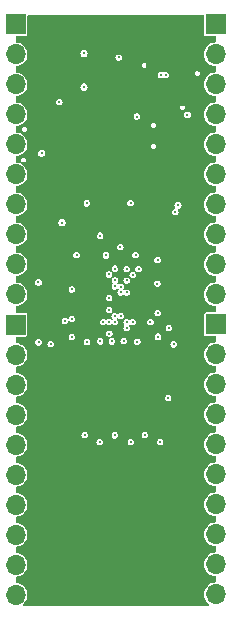
<source format=gbr>
%TF.GenerationSoftware,KiCad,Pcbnew,8.0.1*%
%TF.CreationDate,2024-10-17T14:11:07-05:00*%
%TF.ProjectId,sip-board,7369702d-626f-4617-9264-2e6b69636164,rev?*%
%TF.SameCoordinates,Original*%
%TF.FileFunction,Copper,L3,Inr*%
%TF.FilePolarity,Positive*%
%FSLAX46Y46*%
G04 Gerber Fmt 4.6, Leading zero omitted, Abs format (unit mm)*
G04 Created by KiCad (PCBNEW 8.0.1) date 2024-10-17 14:11:07*
%MOMM*%
%LPD*%
G01*
G04 APERTURE LIST*
%TA.AperFunction,CastellatedPad*%
%ADD10R,1.700000X1.700000*%
%TD*%
%TA.AperFunction,CastellatedPad*%
%ADD11O,1.700000X1.700000*%
%TD*%
%TA.AperFunction,ComponentPad*%
%ADD12R,1.700000X1.700000*%
%TD*%
%TA.AperFunction,ComponentPad*%
%ADD13O,1.700000X1.700000*%
%TD*%
%TA.AperFunction,ViaPad*%
%ADD14C,0.300000*%
%TD*%
%TA.AperFunction,ViaPad*%
%ADD15C,0.254000*%
%TD*%
%TA.AperFunction,Conductor*%
%ADD16C,0.100000*%
%TD*%
G04 APERTURE END LIST*
D10*
%TO.N,A1_5V*%
%TO.C,J5*%
X153970000Y-104800000D03*
D11*
%TO.N,A2_5V*%
X153970000Y-107340000D03*
%TO.N,A3_5V*%
X153970000Y-109880000D03*
%TO.N,A4_5V*%
X153970000Y-112420000D03*
%TO.N,A5_5V*%
X153970000Y-114960000D03*
%TO.N,A6_5V*%
X153970000Y-117500000D03*
%TO.N,A7_5V*%
X153970000Y-120040000D03*
%TO.N,A8_5V*%
X153970000Y-122580000D03*
%TO.N,A9_5V*%
X153970000Y-125120000D03*
%TO.N,A10_5V*%
X153970000Y-127660000D03*
%TD*%
D10*
%TO.N,+5V*%
%TO.C,J3*%
X137000000Y-104840000D03*
D11*
%TO.N,D2_5V*%
X137000000Y-107380000D03*
%TO.N,D7_5V*%
X137000000Y-109920000D03*
%TO.N,D0_5V*%
X137000000Y-112460000D03*
%TO.N,D1_5V*%
X137000000Y-115000000D03*
%TO.N,INT_5V*%
X137000000Y-117540000D03*
%TO.N,NMI_5V*%
X137000000Y-120080000D03*
%TO.N,HALT_5V*%
X137000000Y-122620000D03*
%TO.N,MREQ_5V*%
X137000000Y-125160000D03*
%TO.N,IORQ_5V*%
X137000000Y-127700000D03*
%TD*%
D10*
%TO.N,A11_5V*%
%TO.C,J2*%
X137000000Y-79405000D03*
D11*
%TO.N,A12_5V*%
X137000000Y-81945000D03*
%TO.N,A13_5V*%
X137000000Y-84485000D03*
%TO.N,A14_5V*%
X137000000Y-87025000D03*
%TO.N,A15_5V*%
X137000000Y-89565000D03*
%TO.N,CLK_5V*%
X137000000Y-92105000D03*
%TO.N,D4_5V*%
X137000000Y-94645000D03*
%TO.N,D3_5V*%
X137000000Y-97185000D03*
%TO.N,D5_5V*%
X137000000Y-99725000D03*
%TO.N,D6_5V*%
X137000000Y-102265000D03*
%TD*%
D12*
%TO.N,RD_5V*%
%TO.C,J4*%
X153940000Y-79400000D03*
D13*
%TO.N,WR_5V*%
X153940000Y-81940000D03*
%TO.N,BUSAK_5V*%
X153940000Y-84480000D03*
%TO.N,WAIT_5V*%
X153940000Y-87020000D03*
%TO.N,BUSRQ_5V*%
X153940000Y-89560000D03*
%TO.N,RESET_5V*%
X153940000Y-92100000D03*
%TO.N,M1_5V*%
X153940000Y-94640000D03*
%TO.N,RFSH_5V*%
X153940000Y-97180000D03*
%TO.N,GND*%
X153940000Y-99720000D03*
%TO.N,A0_5V*%
X153940000Y-102260000D03*
%TD*%
D14*
%TO.N,+1V0*%
X140930000Y-96190000D03*
D15*
X143050000Y-106290000D03*
X144920000Y-103590000D03*
X145410000Y-100100000D03*
X147300000Y-106270000D03*
X145400000Y-104110000D03*
X146400000Y-102110000D03*
X145900000Y-101610000D03*
X146410000Y-100100000D03*
X145410000Y-101600000D03*
X144920000Y-102590000D03*
X145910000Y-102100000D03*
%TO.N,GND*%
X150400000Y-106500000D03*
X150530000Y-95300000D03*
D14*
X148410000Y-104600000D03*
D15*
X146760000Y-114750000D03*
X141770000Y-101850000D03*
X147160000Y-98930000D03*
X149060000Y-105850000D03*
X142160000Y-98920000D03*
X149040000Y-103850000D03*
X149240000Y-114750000D03*
X141770000Y-104350000D03*
X144160000Y-106240000D03*
X149920000Y-111060000D03*
X144660000Y-98960000D03*
X139970000Y-106470000D03*
X140700000Y-85980000D03*
X141770000Y-105850000D03*
X146740000Y-94550000D03*
X145160000Y-106240000D03*
X144130000Y-114750000D03*
X143040000Y-94560000D03*
X149020000Y-99350000D03*
X149000000Y-101350000D03*
X146160000Y-106230000D03*
D14*
%TO.N,+5V*%
X139220000Y-90330000D03*
X138940000Y-101250000D03*
X138950000Y-106300000D03*
X150760000Y-94720000D03*
X142800000Y-84710000D03*
X142800000Y-81870000D03*
D15*
%TO.N,+1V8*%
X145420000Y-101090000D03*
X146420000Y-101090000D03*
X144160000Y-97300000D03*
X144910000Y-100580000D03*
%TO.N,Net-(IC1-INIT_B_0)*%
X141180000Y-104530000D03*
X144930000Y-105590000D03*
%TO.N,TDO*%
X147270000Y-87210000D03*
X144420000Y-104600000D03*
%TO.N,M0_CONFIG*%
X147950000Y-114190000D03*
X146910000Y-104600000D03*
%TO.N,MOSI*%
X149310000Y-83710000D03*
X145410000Y-104600000D03*
X146920000Y-100610000D03*
X149700000Y-83700000D03*
%TO.N,M2_CONFIG*%
X142860000Y-114180000D03*
X146410000Y-104600000D03*
%TO.N,DIN*%
X147410000Y-100100000D03*
%TO.N,DONE*%
X149980000Y-105100000D03*
X146420000Y-105100000D03*
%TO.N,CS*%
X144900000Y-104610000D03*
X151550000Y-87050000D03*
%TO.N,CCLK*%
X145870000Y-98230000D03*
X145740000Y-82210000D03*
%TO.N,M1_CONFIG*%
X145410000Y-114200000D03*
X145910000Y-104100000D03*
%TO.N,+3V3*%
X150750000Y-93060000D03*
X143920000Y-102120000D03*
X144410000Y-101100000D03*
X146920000Y-101590000D03*
X144910000Y-105100000D03*
X146920000Y-102590000D03*
X139920000Y-88460000D03*
D14*
X149760000Y-106470000D03*
D15*
X140620000Y-106470000D03*
X145660000Y-106260000D03*
X142870000Y-124790000D03*
X144410000Y-105100000D03*
X148380000Y-97550000D03*
X146920000Y-103590000D03*
D14*
X141010000Y-106460000D03*
D15*
X144410000Y-102600000D03*
X148820000Y-96280000D03*
X140620000Y-102830000D03*
X147950000Y-124810000D03*
X147850000Y-96280000D03*
X145410000Y-124790000D03*
D14*
X139470000Y-128130000D03*
X149410000Y-79090000D03*
X140530000Y-116070000D03*
X140660000Y-91640000D03*
D15*
X145250000Y-91020000D03*
D14*
X140240000Y-111370000D03*
X148900000Y-86210000D03*
X141800000Y-83130000D03*
X151390000Y-109400000D03*
X151060000Y-95700000D03*
X151590000Y-101730000D03*
D15*
X144350000Y-88480000D03*
D14*
X150090000Y-125010000D03*
X151000000Y-119670000D03*
X139520000Y-96990000D03*
X140280000Y-122250000D03*
X140910000Y-102340000D03*
X151800000Y-89520000D03*
X150840000Y-115670000D03*
X139390000Y-86030000D03*
%TD*%
D16*
%TO.N,+3V3*%
X151800000Y-89520000D02*
X151580000Y-89520000D01*
%TD*%
%TA.AperFunction,Conductor*%
%TO.N,+3V3*%
G36*
X152917826Y-78641674D02*
G01*
X152939500Y-78694000D01*
X152939500Y-80264820D01*
X152948233Y-80308722D01*
X152981496Y-80358504D01*
X153031278Y-80391767D01*
X153075180Y-80400500D01*
X153075181Y-80400500D01*
X153926000Y-80400500D01*
X153978326Y-80422174D01*
X154000000Y-80474500D01*
X154000000Y-80861679D01*
X153978326Y-80914005D01*
X153933254Y-80935323D01*
X153743866Y-80953976D01*
X153555268Y-81011187D01*
X153381463Y-81104089D01*
X153229117Y-81229117D01*
X153104089Y-81381463D01*
X153011187Y-81555268D01*
X152953976Y-81743866D01*
X152934659Y-81940000D01*
X152953976Y-82136133D01*
X153011187Y-82324731D01*
X153080300Y-82454030D01*
X153104090Y-82498538D01*
X153229117Y-82650883D01*
X153381462Y-82775910D01*
X153458426Y-82817048D01*
X153555268Y-82868812D01*
X153555270Y-82868812D01*
X153555273Y-82868814D01*
X153743868Y-82926024D01*
X153933254Y-82944676D01*
X153983203Y-82971375D01*
X154000000Y-83018320D01*
X154000000Y-83401679D01*
X153978326Y-83454005D01*
X153933254Y-83475323D01*
X153743866Y-83493976D01*
X153555268Y-83551187D01*
X153381463Y-83644089D01*
X153229117Y-83769117D01*
X153104089Y-83921463D01*
X153011187Y-84095268D01*
X152953976Y-84283866D01*
X152934659Y-84480000D01*
X152953976Y-84676133D01*
X153011187Y-84864731D01*
X153089103Y-85010499D01*
X153104090Y-85038538D01*
X153229117Y-85190883D01*
X153381462Y-85315910D01*
X153458426Y-85357048D01*
X153555268Y-85408812D01*
X153555270Y-85408812D01*
X153555273Y-85408814D01*
X153743868Y-85466024D01*
X153933254Y-85484676D01*
X153983203Y-85511375D01*
X154000000Y-85558320D01*
X154000000Y-85941679D01*
X153978326Y-85994005D01*
X153933254Y-86015323D01*
X153743866Y-86033976D01*
X153555268Y-86091187D01*
X153381463Y-86184089D01*
X153229117Y-86309117D01*
X153104089Y-86461463D01*
X153011187Y-86635268D01*
X152953976Y-86823866D01*
X152934659Y-87020000D01*
X152953976Y-87216133D01*
X153011187Y-87404731D01*
X153055429Y-87487500D01*
X153104090Y-87578538D01*
X153229117Y-87730883D01*
X153381462Y-87855910D01*
X153458426Y-87897048D01*
X153555268Y-87948812D01*
X153555270Y-87948812D01*
X153555273Y-87948814D01*
X153743868Y-88006024D01*
X153933254Y-88024676D01*
X153983203Y-88051375D01*
X154000000Y-88098320D01*
X154000000Y-88481679D01*
X153978326Y-88534005D01*
X153933254Y-88555323D01*
X153743866Y-88573976D01*
X153555268Y-88631187D01*
X153381463Y-88724089D01*
X153229117Y-88849117D01*
X153104089Y-89001463D01*
X153011187Y-89175268D01*
X152953976Y-89363866D01*
X152934659Y-89560000D01*
X152953976Y-89756133D01*
X153011187Y-89944731D01*
X153098776Y-90108597D01*
X153104090Y-90118538D01*
X153229117Y-90270883D01*
X153381462Y-90395910D01*
X153458426Y-90437048D01*
X153555268Y-90488812D01*
X153555270Y-90488812D01*
X153555273Y-90488814D01*
X153743868Y-90546024D01*
X153933254Y-90564676D01*
X153983203Y-90591375D01*
X154000000Y-90638320D01*
X154000000Y-91021679D01*
X153978326Y-91074005D01*
X153933254Y-91095323D01*
X153743866Y-91113976D01*
X153555268Y-91171187D01*
X153381463Y-91264089D01*
X153229117Y-91389117D01*
X153104089Y-91541463D01*
X153011187Y-91715268D01*
X152953976Y-91903866D01*
X152934659Y-92100000D01*
X152953976Y-92296133D01*
X153011187Y-92484731D01*
X153098776Y-92648597D01*
X153104090Y-92658538D01*
X153229117Y-92810883D01*
X153381462Y-92935910D01*
X153458426Y-92977048D01*
X153555268Y-93028812D01*
X153555270Y-93028812D01*
X153555273Y-93028814D01*
X153743868Y-93086024D01*
X153933254Y-93104676D01*
X153983203Y-93131375D01*
X154000000Y-93178320D01*
X154000000Y-93561679D01*
X153978326Y-93614005D01*
X153933254Y-93635323D01*
X153743866Y-93653976D01*
X153555268Y-93711187D01*
X153381463Y-93804089D01*
X153229117Y-93929117D01*
X153104089Y-94081463D01*
X153011187Y-94255268D01*
X152953976Y-94443866D01*
X152934659Y-94640000D01*
X152953976Y-94836133D01*
X153011187Y-95024731D01*
X153061508Y-95118873D01*
X153104090Y-95198538D01*
X153229117Y-95350883D01*
X153381462Y-95475910D01*
X153391219Y-95481125D01*
X153555268Y-95568812D01*
X153555270Y-95568812D01*
X153555273Y-95568814D01*
X153743868Y-95626024D01*
X153933254Y-95644676D01*
X153983203Y-95671375D01*
X154000000Y-95718320D01*
X154000000Y-96101679D01*
X153978326Y-96154005D01*
X153933254Y-96175323D01*
X153743866Y-96193976D01*
X153555268Y-96251187D01*
X153381463Y-96344089D01*
X153229117Y-96469117D01*
X153104089Y-96621463D01*
X153011187Y-96795268D01*
X152953976Y-96983866D01*
X152934659Y-97180000D01*
X152953976Y-97376133D01*
X153011187Y-97564731D01*
X153098776Y-97728597D01*
X153104090Y-97738538D01*
X153229117Y-97890883D01*
X153381462Y-98015910D01*
X153443135Y-98048875D01*
X153555268Y-98108812D01*
X153555270Y-98108812D01*
X153555273Y-98108814D01*
X153743868Y-98166024D01*
X153933254Y-98184676D01*
X153983203Y-98211375D01*
X154000000Y-98258320D01*
X154000000Y-98641679D01*
X153978326Y-98694005D01*
X153933254Y-98715323D01*
X153743866Y-98733976D01*
X153555268Y-98791187D01*
X153381463Y-98884089D01*
X153229117Y-99009117D01*
X153104089Y-99161463D01*
X153011187Y-99335268D01*
X152953976Y-99523866D01*
X152934659Y-99720000D01*
X152953976Y-99916133D01*
X153011187Y-100104731D01*
X153098776Y-100268597D01*
X153104090Y-100278538D01*
X153229117Y-100430883D01*
X153381462Y-100555910D01*
X153458426Y-100597048D01*
X153555268Y-100648812D01*
X153555270Y-100648812D01*
X153555273Y-100648814D01*
X153743868Y-100706024D01*
X153933254Y-100724676D01*
X153983203Y-100751375D01*
X154000000Y-100798320D01*
X154000000Y-101181679D01*
X153978326Y-101234005D01*
X153933254Y-101255323D01*
X153743866Y-101273976D01*
X153555268Y-101331187D01*
X153381463Y-101424089D01*
X153229117Y-101549117D01*
X153104089Y-101701463D01*
X153011187Y-101875268D01*
X152953976Y-102063866D01*
X152934659Y-102260000D01*
X152953976Y-102456133D01*
X153011187Y-102644731D01*
X153078747Y-102771125D01*
X153104090Y-102818538D01*
X153229117Y-102970883D01*
X153381462Y-103095910D01*
X153458426Y-103137048D01*
X153555268Y-103188812D01*
X153555270Y-103188812D01*
X153555273Y-103188814D01*
X153743868Y-103246024D01*
X153933254Y-103264676D01*
X153983203Y-103291375D01*
X154000000Y-103338320D01*
X154000000Y-103725500D01*
X153978326Y-103777826D01*
X153926000Y-103799500D01*
X153105180Y-103799500D01*
X153083229Y-103803866D01*
X153061277Y-103808233D01*
X153011496Y-103841495D01*
X153011495Y-103841496D01*
X152978233Y-103891277D01*
X152969500Y-103935180D01*
X152969500Y-105664819D01*
X152978233Y-105708722D01*
X153008236Y-105753626D01*
X153011496Y-105758504D01*
X153061278Y-105791767D01*
X153105180Y-105800500D01*
X153105181Y-105800500D01*
X153926000Y-105800500D01*
X153978326Y-105822174D01*
X154000000Y-105874500D01*
X154000000Y-106264634D01*
X153978326Y-106316960D01*
X153933254Y-106338278D01*
X153773866Y-106353976D01*
X153585268Y-106411187D01*
X153411463Y-106504089D01*
X153259117Y-106629117D01*
X153134089Y-106781463D01*
X153041187Y-106955268D01*
X152983976Y-107143866D01*
X152964659Y-107340000D01*
X152983976Y-107536133D01*
X153041187Y-107724731D01*
X153128776Y-107888597D01*
X153134090Y-107898538D01*
X153259117Y-108050883D01*
X153411462Y-108175910D01*
X153486297Y-108215910D01*
X153585268Y-108268812D01*
X153585270Y-108268812D01*
X153585273Y-108268814D01*
X153773868Y-108326024D01*
X153933254Y-108341721D01*
X153983203Y-108368420D01*
X154000000Y-108415365D01*
X154000000Y-108804634D01*
X153978326Y-108856960D01*
X153933254Y-108878278D01*
X153773866Y-108893976D01*
X153585268Y-108951187D01*
X153411463Y-109044089D01*
X153259117Y-109169117D01*
X153134089Y-109321463D01*
X153041187Y-109495268D01*
X152983976Y-109683866D01*
X152964659Y-109880000D01*
X152983976Y-110076133D01*
X153041187Y-110264731D01*
X153128776Y-110428597D01*
X153134090Y-110438538D01*
X153259117Y-110590883D01*
X153411462Y-110715910D01*
X153486297Y-110755910D01*
X153585268Y-110808812D01*
X153585270Y-110808812D01*
X153585273Y-110808814D01*
X153773868Y-110866024D01*
X153933254Y-110881721D01*
X153983203Y-110908420D01*
X154000000Y-110955365D01*
X154000000Y-111344634D01*
X153978326Y-111396960D01*
X153933254Y-111418278D01*
X153773866Y-111433976D01*
X153585268Y-111491187D01*
X153411463Y-111584089D01*
X153259117Y-111709117D01*
X153134089Y-111861463D01*
X153041187Y-112035268D01*
X152983976Y-112223866D01*
X152964659Y-112420000D01*
X152983976Y-112616133D01*
X153041187Y-112804731D01*
X153128776Y-112968597D01*
X153134090Y-112978538D01*
X153259117Y-113130883D01*
X153411462Y-113255910D01*
X153486297Y-113295910D01*
X153585268Y-113348812D01*
X153585270Y-113348812D01*
X153585273Y-113348814D01*
X153773868Y-113406024D01*
X153933254Y-113421721D01*
X153983203Y-113448420D01*
X154000000Y-113495365D01*
X154000000Y-113884634D01*
X153978326Y-113936960D01*
X153933254Y-113958278D01*
X153773866Y-113973976D01*
X153585268Y-114031187D01*
X153411463Y-114124089D01*
X153259117Y-114249117D01*
X153134089Y-114401463D01*
X153041187Y-114575268D01*
X152983976Y-114763866D01*
X152964659Y-114960000D01*
X152983976Y-115156133D01*
X153041187Y-115344731D01*
X153128776Y-115508597D01*
X153134090Y-115518538D01*
X153259117Y-115670883D01*
X153411462Y-115795910D01*
X153486297Y-115835910D01*
X153585268Y-115888812D01*
X153585270Y-115888812D01*
X153585273Y-115888814D01*
X153773868Y-115946024D01*
X153933254Y-115961721D01*
X153983203Y-115988420D01*
X154000000Y-116035365D01*
X154000000Y-116424634D01*
X153978326Y-116476960D01*
X153933254Y-116498278D01*
X153773866Y-116513976D01*
X153585268Y-116571187D01*
X153411463Y-116664089D01*
X153259117Y-116789117D01*
X153134089Y-116941463D01*
X153041187Y-117115268D01*
X152983976Y-117303866D01*
X152964659Y-117500000D01*
X152983976Y-117696133D01*
X153041187Y-117884731D01*
X153128776Y-118048597D01*
X153134090Y-118058538D01*
X153259117Y-118210883D01*
X153411462Y-118335910D01*
X153486297Y-118375910D01*
X153585268Y-118428812D01*
X153585270Y-118428812D01*
X153585273Y-118428814D01*
X153773868Y-118486024D01*
X153933254Y-118501721D01*
X153983203Y-118528420D01*
X154000000Y-118575365D01*
X154000000Y-118964634D01*
X153978326Y-119016960D01*
X153933254Y-119038278D01*
X153773866Y-119053976D01*
X153585268Y-119111187D01*
X153411463Y-119204089D01*
X153259117Y-119329117D01*
X153134089Y-119481463D01*
X153041187Y-119655268D01*
X152983976Y-119843866D01*
X152964659Y-120040000D01*
X152983976Y-120236133D01*
X153041187Y-120424731D01*
X153128776Y-120588597D01*
X153134090Y-120598538D01*
X153259117Y-120750883D01*
X153411462Y-120875910D01*
X153486297Y-120915910D01*
X153585268Y-120968812D01*
X153585270Y-120968812D01*
X153585273Y-120968814D01*
X153773868Y-121026024D01*
X153933254Y-121041721D01*
X153983203Y-121068420D01*
X154000000Y-121115365D01*
X154000000Y-121504634D01*
X153978326Y-121556960D01*
X153933254Y-121578278D01*
X153773866Y-121593976D01*
X153585268Y-121651187D01*
X153411463Y-121744089D01*
X153259117Y-121869117D01*
X153134089Y-122021463D01*
X153041187Y-122195268D01*
X152983976Y-122383866D01*
X152964659Y-122580000D01*
X152983976Y-122776133D01*
X153041187Y-122964731D01*
X153128776Y-123128597D01*
X153134090Y-123138538D01*
X153259117Y-123290883D01*
X153411462Y-123415910D01*
X153486297Y-123455910D01*
X153585268Y-123508812D01*
X153585270Y-123508812D01*
X153585273Y-123508814D01*
X153773868Y-123566024D01*
X153933254Y-123581721D01*
X153983203Y-123608420D01*
X154000000Y-123655365D01*
X154000000Y-124044634D01*
X153978326Y-124096960D01*
X153933254Y-124118278D01*
X153773866Y-124133976D01*
X153585268Y-124191187D01*
X153411463Y-124284089D01*
X153259117Y-124409117D01*
X153134089Y-124561463D01*
X153041187Y-124735268D01*
X152983976Y-124923866D01*
X152964659Y-125120000D01*
X152983976Y-125316133D01*
X153041187Y-125504731D01*
X153128776Y-125668597D01*
X153134090Y-125678538D01*
X153259117Y-125830883D01*
X153411462Y-125955910D01*
X153486297Y-125995910D01*
X153585268Y-126048812D01*
X153585270Y-126048812D01*
X153585273Y-126048814D01*
X153773868Y-126106024D01*
X153933254Y-126121721D01*
X153983203Y-126148420D01*
X154000000Y-126195365D01*
X154000000Y-126584634D01*
X153978326Y-126636960D01*
X153933254Y-126658278D01*
X153773866Y-126673976D01*
X153585268Y-126731187D01*
X153411463Y-126824089D01*
X153259117Y-126949117D01*
X153134089Y-127101463D01*
X153041187Y-127275268D01*
X152983976Y-127463866D01*
X152964659Y-127660000D01*
X152983976Y-127856133D01*
X153041187Y-128044731D01*
X153128776Y-128208597D01*
X153134090Y-128218538D01*
X153259117Y-128370883D01*
X153402795Y-128488797D01*
X153429494Y-128538747D01*
X153413053Y-128592945D01*
X153363103Y-128619644D01*
X153355850Y-128620000D01*
X137662890Y-128620000D01*
X137610564Y-128598326D01*
X137588890Y-128546000D01*
X137610564Y-128493674D01*
X137615944Y-128488798D01*
X137623724Y-128482412D01*
X137710883Y-128410883D01*
X137835910Y-128258538D01*
X137928814Y-128084727D01*
X137986024Y-127896132D01*
X138005341Y-127700000D01*
X137986024Y-127503868D01*
X137928814Y-127315273D01*
X137928812Y-127315270D01*
X137928812Y-127315268D01*
X137877048Y-127218426D01*
X137835910Y-127141462D01*
X137710883Y-126989117D01*
X137558538Y-126864090D01*
X137548597Y-126858776D01*
X137384731Y-126771187D01*
X137196133Y-126713976D01*
X137132513Y-126707710D01*
X137066746Y-126701232D01*
X137016797Y-126674534D01*
X137000000Y-126627589D01*
X137000000Y-126232410D01*
X137021674Y-126180084D01*
X137066744Y-126158767D01*
X137196132Y-126146024D01*
X137384727Y-126088814D01*
X137558538Y-125995910D01*
X137710883Y-125870883D01*
X137835910Y-125718538D01*
X137928814Y-125544727D01*
X137986024Y-125356132D01*
X138005341Y-125160000D01*
X137986024Y-124963868D01*
X137928814Y-124775273D01*
X137928812Y-124775270D01*
X137928812Y-124775268D01*
X137877048Y-124678426D01*
X137835910Y-124601462D01*
X137710883Y-124449117D01*
X137558538Y-124324090D01*
X137548597Y-124318776D01*
X137384731Y-124231187D01*
X137196133Y-124173976D01*
X137132513Y-124167710D01*
X137066746Y-124161232D01*
X137016797Y-124134534D01*
X137000000Y-124087589D01*
X137000000Y-123692410D01*
X137021674Y-123640084D01*
X137066744Y-123618767D01*
X137196132Y-123606024D01*
X137384727Y-123548814D01*
X137558538Y-123455910D01*
X137710883Y-123330883D01*
X137835910Y-123178538D01*
X137928814Y-123004727D01*
X137986024Y-122816132D01*
X138005341Y-122620000D01*
X137986024Y-122423868D01*
X137928814Y-122235273D01*
X137928812Y-122235270D01*
X137928812Y-122235268D01*
X137877048Y-122138426D01*
X137835910Y-122061462D01*
X137710883Y-121909117D01*
X137558538Y-121784090D01*
X137548597Y-121778776D01*
X137384731Y-121691187D01*
X137196133Y-121633976D01*
X137132513Y-121627710D01*
X137066746Y-121621232D01*
X137016797Y-121594534D01*
X137000000Y-121547589D01*
X137000000Y-121152410D01*
X137021674Y-121100084D01*
X137066744Y-121078767D01*
X137196132Y-121066024D01*
X137384727Y-121008814D01*
X137558538Y-120915910D01*
X137710883Y-120790883D01*
X137835910Y-120638538D01*
X137928814Y-120464727D01*
X137986024Y-120276132D01*
X138005341Y-120080000D01*
X137986024Y-119883868D01*
X137928814Y-119695273D01*
X137928812Y-119695270D01*
X137928812Y-119695268D01*
X137877048Y-119598426D01*
X137835910Y-119521462D01*
X137710883Y-119369117D01*
X137558538Y-119244090D01*
X137548597Y-119238776D01*
X137384731Y-119151187D01*
X137196133Y-119093976D01*
X137132513Y-119087710D01*
X137066746Y-119081232D01*
X137016797Y-119054534D01*
X137000000Y-119007589D01*
X137000000Y-118612410D01*
X137021674Y-118560084D01*
X137066744Y-118538767D01*
X137196132Y-118526024D01*
X137384727Y-118468814D01*
X137558538Y-118375910D01*
X137710883Y-118250883D01*
X137835910Y-118098538D01*
X137928814Y-117924727D01*
X137986024Y-117736132D01*
X138005341Y-117540000D01*
X137986024Y-117343868D01*
X137928814Y-117155273D01*
X137928812Y-117155270D01*
X137928812Y-117155268D01*
X137877048Y-117058426D01*
X137835910Y-116981462D01*
X137710883Y-116829117D01*
X137558538Y-116704090D01*
X137548597Y-116698776D01*
X137384731Y-116611187D01*
X137196133Y-116553976D01*
X137132513Y-116547710D01*
X137066746Y-116541232D01*
X137016797Y-116514534D01*
X137000000Y-116467589D01*
X137000000Y-116072410D01*
X137021674Y-116020084D01*
X137066744Y-115998767D01*
X137196132Y-115986024D01*
X137384727Y-115928814D01*
X137558538Y-115835910D01*
X137710883Y-115710883D01*
X137835910Y-115558538D01*
X137928814Y-115384727D01*
X137986024Y-115196132D01*
X138005341Y-115000000D01*
X137986024Y-114803868D01*
X137969683Y-114750000D01*
X143848219Y-114750000D01*
X143865211Y-114846373D01*
X143865211Y-114846374D01*
X143865212Y-114846375D01*
X143914143Y-114931125D01*
X143989109Y-114994030D01*
X144081067Y-115027499D01*
X144081067Y-115027500D01*
X144081069Y-115027500D01*
X144178933Y-115027500D01*
X144178932Y-115027499D01*
X144270891Y-114994030D01*
X144345857Y-114931125D01*
X144394788Y-114846375D01*
X144411781Y-114750000D01*
X146478219Y-114750000D01*
X146495211Y-114846373D01*
X146495211Y-114846374D01*
X146495212Y-114846375D01*
X146544143Y-114931125D01*
X146619109Y-114994030D01*
X146711067Y-115027499D01*
X146711067Y-115027500D01*
X146711069Y-115027500D01*
X146808933Y-115027500D01*
X146808932Y-115027499D01*
X146900891Y-114994030D01*
X146975857Y-114931125D01*
X147024788Y-114846375D01*
X147041781Y-114750000D01*
X148958219Y-114750000D01*
X148975211Y-114846373D01*
X148975211Y-114846374D01*
X148975212Y-114846375D01*
X149024143Y-114931125D01*
X149099109Y-114994030D01*
X149191067Y-115027499D01*
X149191067Y-115027500D01*
X149191069Y-115027500D01*
X149288933Y-115027500D01*
X149288932Y-115027499D01*
X149380891Y-114994030D01*
X149455857Y-114931125D01*
X149504788Y-114846375D01*
X149521781Y-114750000D01*
X149504788Y-114653625D01*
X149455857Y-114568875D01*
X149380891Y-114505970D01*
X149380890Y-114505969D01*
X149288932Y-114472500D01*
X149288931Y-114472500D01*
X149191069Y-114472500D01*
X149191067Y-114472500D01*
X149099109Y-114505970D01*
X149099107Y-114505971D01*
X149024143Y-114568873D01*
X148975211Y-114653626D01*
X148958219Y-114750000D01*
X147041781Y-114750000D01*
X147024788Y-114653625D01*
X146975857Y-114568875D01*
X146900891Y-114505970D01*
X146900890Y-114505969D01*
X146808932Y-114472500D01*
X146808931Y-114472500D01*
X146711069Y-114472500D01*
X146711067Y-114472500D01*
X146619109Y-114505970D01*
X146619107Y-114505971D01*
X146544143Y-114568873D01*
X146495211Y-114653626D01*
X146478219Y-114750000D01*
X144411781Y-114750000D01*
X144394788Y-114653625D01*
X144345857Y-114568875D01*
X144270891Y-114505970D01*
X144270890Y-114505969D01*
X144178932Y-114472500D01*
X144178931Y-114472500D01*
X144081069Y-114472500D01*
X144081067Y-114472500D01*
X143989109Y-114505970D01*
X143989107Y-114505971D01*
X143914143Y-114568873D01*
X143865211Y-114653626D01*
X143848219Y-114750000D01*
X137969683Y-114750000D01*
X137928814Y-114615273D01*
X137928812Y-114615270D01*
X137928812Y-114615268D01*
X137870390Y-114505969D01*
X137835910Y-114441462D01*
X137710883Y-114289117D01*
X137577924Y-114180000D01*
X142578219Y-114180000D01*
X142595211Y-114276373D01*
X142595211Y-114276374D01*
X142595212Y-114276375D01*
X142644143Y-114361125D01*
X142719109Y-114424030D01*
X142811067Y-114457499D01*
X142811067Y-114457500D01*
X142811069Y-114457500D01*
X142908933Y-114457500D01*
X142908932Y-114457499D01*
X143000891Y-114424030D01*
X143075857Y-114361125D01*
X143124788Y-114276375D01*
X143138255Y-114200000D01*
X145128219Y-114200000D01*
X145145211Y-114296373D01*
X145188368Y-114371124D01*
X145194143Y-114381125D01*
X145269109Y-114444030D01*
X145361067Y-114477499D01*
X145361067Y-114477500D01*
X145361069Y-114477500D01*
X145458933Y-114477500D01*
X145458932Y-114477499D01*
X145550891Y-114444030D01*
X145625857Y-114381125D01*
X145674788Y-114296375D01*
X145691781Y-114200000D01*
X145690018Y-114190000D01*
X147668219Y-114190000D01*
X147685211Y-114286373D01*
X147685211Y-114286374D01*
X147685212Y-114286375D01*
X147690986Y-114296375D01*
X147728368Y-114361124D01*
X147734143Y-114371125D01*
X147809109Y-114434030D01*
X147901067Y-114467499D01*
X147901067Y-114467500D01*
X147901069Y-114467500D01*
X147998933Y-114467500D01*
X147998932Y-114467499D01*
X148090891Y-114434030D01*
X148165857Y-114371125D01*
X148214788Y-114286375D01*
X148231781Y-114190000D01*
X148214788Y-114093625D01*
X148165857Y-114008875D01*
X148090891Y-113945970D01*
X148090890Y-113945969D01*
X147998932Y-113912500D01*
X147998931Y-113912500D01*
X147901069Y-113912500D01*
X147901067Y-113912500D01*
X147809109Y-113945970D01*
X147809107Y-113945971D01*
X147734143Y-114008873D01*
X147685211Y-114093626D01*
X147668219Y-114190000D01*
X145690018Y-114190000D01*
X145674788Y-114103625D01*
X145625857Y-114018875D01*
X145550891Y-113955970D01*
X145550890Y-113955969D01*
X145458932Y-113922500D01*
X145458931Y-113922500D01*
X145361069Y-113922500D01*
X145361067Y-113922500D01*
X145269109Y-113955970D01*
X145269107Y-113955971D01*
X145194143Y-114018873D01*
X145145211Y-114103626D01*
X145128219Y-114200000D01*
X143138255Y-114200000D01*
X143141781Y-114180000D01*
X143124788Y-114083625D01*
X143075857Y-113998875D01*
X143024726Y-113955970D01*
X143000890Y-113935969D01*
X142908932Y-113902500D01*
X142908931Y-113902500D01*
X142811069Y-113902500D01*
X142811067Y-113902500D01*
X142719109Y-113935970D01*
X142719107Y-113935971D01*
X142644143Y-113998873D01*
X142595211Y-114083626D01*
X142578219Y-114180000D01*
X137577924Y-114180000D01*
X137558538Y-114164090D01*
X137548597Y-114158776D01*
X137384731Y-114071187D01*
X137196133Y-114013976D01*
X137132513Y-114007710D01*
X137066746Y-114001232D01*
X137016797Y-113974534D01*
X137000000Y-113927589D01*
X137000000Y-113532410D01*
X137021674Y-113480084D01*
X137066744Y-113458767D01*
X137196132Y-113446024D01*
X137384727Y-113388814D01*
X137558538Y-113295910D01*
X137710883Y-113170883D01*
X137835910Y-113018538D01*
X137928814Y-112844727D01*
X137986024Y-112656132D01*
X138005341Y-112460000D01*
X137986024Y-112263868D01*
X137928814Y-112075273D01*
X137928812Y-112075270D01*
X137928812Y-112075268D01*
X137877048Y-111978426D01*
X137835910Y-111901462D01*
X137710883Y-111749117D01*
X137558538Y-111624090D01*
X137548597Y-111618776D01*
X137384731Y-111531187D01*
X137196133Y-111473976D01*
X137132513Y-111467710D01*
X137066746Y-111461232D01*
X137016797Y-111434534D01*
X137000000Y-111387589D01*
X137000000Y-111060000D01*
X149638219Y-111060000D01*
X149655211Y-111156373D01*
X149655211Y-111156374D01*
X149655212Y-111156375D01*
X149704143Y-111241125D01*
X149779109Y-111304030D01*
X149871067Y-111337499D01*
X149871067Y-111337500D01*
X149871069Y-111337500D01*
X149968933Y-111337500D01*
X149968932Y-111337499D01*
X150060891Y-111304030D01*
X150135857Y-111241125D01*
X150184788Y-111156375D01*
X150201781Y-111060000D01*
X150184788Y-110963625D01*
X150135857Y-110878875D01*
X150060891Y-110815970D01*
X150060890Y-110815969D01*
X149968932Y-110782500D01*
X149968931Y-110782500D01*
X149871069Y-110782500D01*
X149871067Y-110782500D01*
X149779109Y-110815970D01*
X149779107Y-110815971D01*
X149704143Y-110878873D01*
X149655211Y-110963626D01*
X149638219Y-111060000D01*
X137000000Y-111060000D01*
X137000000Y-110992410D01*
X137021674Y-110940084D01*
X137066744Y-110918767D01*
X137196132Y-110906024D01*
X137384727Y-110848814D01*
X137558538Y-110755910D01*
X137710883Y-110630883D01*
X137835910Y-110478538D01*
X137928814Y-110304727D01*
X137986024Y-110116132D01*
X138005341Y-109920000D01*
X137986024Y-109723868D01*
X137928814Y-109535273D01*
X137928812Y-109535270D01*
X137928812Y-109535268D01*
X137877048Y-109438426D01*
X137835910Y-109361462D01*
X137710883Y-109209117D01*
X137558538Y-109084090D01*
X137548597Y-109078776D01*
X137384731Y-108991187D01*
X137196133Y-108933976D01*
X137132513Y-108927710D01*
X137066746Y-108921232D01*
X137016797Y-108894534D01*
X137000000Y-108847589D01*
X137000000Y-108452410D01*
X137021674Y-108400084D01*
X137066744Y-108378767D01*
X137196132Y-108366024D01*
X137384727Y-108308814D01*
X137558538Y-108215910D01*
X137710883Y-108090883D01*
X137835910Y-107938538D01*
X137928814Y-107764727D01*
X137986024Y-107576132D01*
X138005341Y-107380000D01*
X137986024Y-107183868D01*
X137928814Y-106995273D01*
X137928812Y-106995270D01*
X137928812Y-106995268D01*
X137877048Y-106898426D01*
X137835910Y-106821462D01*
X137710883Y-106669117D01*
X137558538Y-106544090D01*
X137502300Y-106514030D01*
X137384731Y-106451187D01*
X137196133Y-106393976D01*
X137118936Y-106386373D01*
X137066746Y-106381232D01*
X137016797Y-106354534D01*
X137000000Y-106307589D01*
X137000000Y-106300000D01*
X138644864Y-106300000D01*
X138663265Y-106404362D01*
X138716252Y-106496139D01*
X138797429Y-106564254D01*
X138797432Y-106564256D01*
X138897011Y-106600499D01*
X138897012Y-106600500D01*
X138897014Y-106600500D01*
X139002988Y-106600500D01*
X139002988Y-106600499D01*
X139102568Y-106564256D01*
X139170207Y-106507500D01*
X139183747Y-106496139D01*
X139183748Y-106496138D01*
X139198839Y-106470000D01*
X139688219Y-106470000D01*
X139705211Y-106566373D01*
X139741436Y-106629117D01*
X139754143Y-106651125D01*
X139829109Y-106714030D01*
X139921067Y-106747499D01*
X139921067Y-106747500D01*
X139921069Y-106747500D01*
X140018933Y-106747500D01*
X140018932Y-106747499D01*
X140110891Y-106714030D01*
X140185857Y-106651125D01*
X140234788Y-106566375D01*
X140251781Y-106470000D01*
X140234788Y-106373625D01*
X140186507Y-106290000D01*
X142768219Y-106290000D01*
X142785211Y-106386373D01*
X142785211Y-106386374D01*
X142785212Y-106386375D01*
X142798323Y-106409083D01*
X142822631Y-106451187D01*
X142834143Y-106471125D01*
X142909109Y-106534030D01*
X143001067Y-106567499D01*
X143001067Y-106567500D01*
X143001069Y-106567500D01*
X143098933Y-106567500D01*
X143098932Y-106567499D01*
X143190891Y-106534030D01*
X143265857Y-106471125D01*
X143314788Y-106386375D01*
X143331781Y-106290000D01*
X143322965Y-106240000D01*
X143878219Y-106240000D01*
X143895211Y-106336373D01*
X143938404Y-106411186D01*
X143944143Y-106421125D01*
X144019109Y-106484030D01*
X144111067Y-106517499D01*
X144111067Y-106517500D01*
X144111069Y-106517500D01*
X144208933Y-106517500D01*
X144208932Y-106517499D01*
X144300891Y-106484030D01*
X144375857Y-106421125D01*
X144424788Y-106336375D01*
X144441781Y-106240000D01*
X144424788Y-106143625D01*
X144375857Y-106058875D01*
X144360478Y-106045970D01*
X144300890Y-105995969D01*
X144208932Y-105962500D01*
X144208931Y-105962500D01*
X144111069Y-105962500D01*
X144111067Y-105962500D01*
X144019109Y-105995970D01*
X144019107Y-105995971D01*
X143944143Y-106058873D01*
X143895211Y-106143626D01*
X143878219Y-106240000D01*
X143322965Y-106240000D01*
X143314788Y-106193625D01*
X143265857Y-106108875D01*
X143190891Y-106045970D01*
X143190890Y-106045969D01*
X143098932Y-106012500D01*
X143098931Y-106012500D01*
X143001069Y-106012500D01*
X143001067Y-106012500D01*
X142909109Y-106045970D01*
X142909107Y-106045971D01*
X142834143Y-106108873D01*
X142785211Y-106193626D01*
X142768219Y-106290000D01*
X140186507Y-106290000D01*
X140185857Y-106288875D01*
X140110891Y-106225970D01*
X140110890Y-106225969D01*
X140018932Y-106192500D01*
X140018931Y-106192500D01*
X139921069Y-106192500D01*
X139921067Y-106192500D01*
X139829109Y-106225970D01*
X139829107Y-106225971D01*
X139754143Y-106288873D01*
X139705211Y-106373626D01*
X139688219Y-106470000D01*
X139198839Y-106470000D01*
X139236734Y-106404363D01*
X139255136Y-106300000D01*
X139236734Y-106195637D01*
X139183748Y-106103862D01*
X139183747Y-106103860D01*
X139102570Y-106035745D01*
X139102567Y-106035743D01*
X139002988Y-105999500D01*
X139002986Y-105999500D01*
X138897014Y-105999500D01*
X138897011Y-105999500D01*
X138797432Y-106035743D01*
X138797429Y-106035745D01*
X138716252Y-106103860D01*
X138663265Y-106195637D01*
X138644864Y-106300000D01*
X137000000Y-106300000D01*
X137000000Y-105914500D01*
X137021674Y-105862174D01*
X137051065Y-105850000D01*
X141488219Y-105850000D01*
X141505211Y-105946373D01*
X141551166Y-106025970D01*
X141554143Y-106031125D01*
X141629109Y-106094030D01*
X141721067Y-106127499D01*
X141721067Y-106127500D01*
X141721069Y-106127500D01*
X141818933Y-106127500D01*
X141818932Y-106127499D01*
X141910891Y-106094030D01*
X141985857Y-106031125D01*
X142034788Y-105946375D01*
X142051781Y-105850000D01*
X142034788Y-105753625D01*
X141985857Y-105668875D01*
X141910891Y-105605970D01*
X141910890Y-105605969D01*
X141867014Y-105590000D01*
X144648219Y-105590000D01*
X144665211Y-105686373D01*
X144706855Y-105758503D01*
X144714143Y-105771125D01*
X144789109Y-105834030D01*
X144881067Y-105867499D01*
X144881067Y-105867500D01*
X144968901Y-105867500D01*
X145021227Y-105889174D01*
X145042901Y-105941500D01*
X145021227Y-105993826D01*
X145016467Y-105998187D01*
X144944143Y-106058873D01*
X144895211Y-106143626D01*
X144878219Y-106240000D01*
X144895211Y-106336373D01*
X144938404Y-106411186D01*
X144944143Y-106421125D01*
X145019109Y-106484030D01*
X145111067Y-106517499D01*
X145111067Y-106517500D01*
X145111069Y-106517500D01*
X145208933Y-106517500D01*
X145208932Y-106517499D01*
X145300891Y-106484030D01*
X145375857Y-106421125D01*
X145424788Y-106336375D01*
X145441781Y-106240000D01*
X145440018Y-106230000D01*
X145878219Y-106230000D01*
X145895211Y-106326373D01*
X145895211Y-106326374D01*
X145895212Y-106326375D01*
X145900986Y-106336375D01*
X145939812Y-106403625D01*
X145944143Y-106411125D01*
X146019109Y-106474030D01*
X146111067Y-106507499D01*
X146111067Y-106507500D01*
X146111069Y-106507500D01*
X146208933Y-106507500D01*
X146208932Y-106507499D01*
X146300891Y-106474030D01*
X146375857Y-106411125D01*
X146424788Y-106326375D01*
X146434728Y-106270000D01*
X147018219Y-106270000D01*
X147035211Y-106366373D01*
X147035211Y-106366374D01*
X147035212Y-106366375D01*
X147039995Y-106374659D01*
X147066821Y-106421124D01*
X147084143Y-106451125D01*
X147159109Y-106514030D01*
X147251067Y-106547499D01*
X147251067Y-106547500D01*
X147251069Y-106547500D01*
X147348933Y-106547500D01*
X147348932Y-106547499D01*
X147440891Y-106514030D01*
X147457611Y-106500000D01*
X150118219Y-106500000D01*
X150135211Y-106596373D01*
X150166821Y-106651124D01*
X150184143Y-106681125D01*
X150259109Y-106744030D01*
X150351067Y-106777499D01*
X150351067Y-106777500D01*
X150351069Y-106777500D01*
X150448933Y-106777500D01*
X150448932Y-106777499D01*
X150540891Y-106744030D01*
X150615857Y-106681125D01*
X150664788Y-106596375D01*
X150681781Y-106500000D01*
X150664788Y-106403625D01*
X150615857Y-106318875D01*
X150540891Y-106255970D01*
X150540890Y-106255969D01*
X150448932Y-106222500D01*
X150448931Y-106222500D01*
X150351069Y-106222500D01*
X150351067Y-106222500D01*
X150259109Y-106255970D01*
X150259107Y-106255971D01*
X150184143Y-106318873D01*
X150135211Y-106403626D01*
X150118219Y-106500000D01*
X147457611Y-106500000D01*
X147515857Y-106451125D01*
X147564788Y-106366375D01*
X147581781Y-106270000D01*
X147564788Y-106173625D01*
X147515857Y-106088875D01*
X147464726Y-106045970D01*
X147440890Y-106025969D01*
X147348932Y-105992500D01*
X147348931Y-105992500D01*
X147251069Y-105992500D01*
X147251067Y-105992500D01*
X147159109Y-106025970D01*
X147159107Y-106025971D01*
X147084143Y-106088873D01*
X147035211Y-106173626D01*
X147018219Y-106270000D01*
X146434728Y-106270000D01*
X146441781Y-106230000D01*
X146424788Y-106133625D01*
X146375857Y-106048875D01*
X146317015Y-105999500D01*
X146300890Y-105985969D01*
X146208932Y-105952500D01*
X146208931Y-105952500D01*
X146111069Y-105952500D01*
X146111067Y-105952500D01*
X146019109Y-105985970D01*
X146019107Y-105985971D01*
X145944143Y-106048873D01*
X145895211Y-106133626D01*
X145878219Y-106230000D01*
X145440018Y-106230000D01*
X145424788Y-106143625D01*
X145375857Y-106058875D01*
X145360478Y-106045970D01*
X145300890Y-105995969D01*
X145208932Y-105962500D01*
X145208931Y-105962500D01*
X145121100Y-105962500D01*
X145068774Y-105940826D01*
X145047100Y-105888500D01*
X145063047Y-105850000D01*
X148778219Y-105850000D01*
X148795211Y-105946373D01*
X148841166Y-106025970D01*
X148844143Y-106031125D01*
X148919109Y-106094030D01*
X149011067Y-106127499D01*
X149011067Y-106127500D01*
X149011069Y-106127500D01*
X149108933Y-106127500D01*
X149108932Y-106127499D01*
X149200891Y-106094030D01*
X149275857Y-106031125D01*
X149324788Y-105946375D01*
X149341781Y-105850000D01*
X149324788Y-105753625D01*
X149275857Y-105668875D01*
X149200891Y-105605970D01*
X149200890Y-105605969D01*
X149108932Y-105572500D01*
X149108931Y-105572500D01*
X149011069Y-105572500D01*
X149011067Y-105572500D01*
X148919109Y-105605970D01*
X148919107Y-105605971D01*
X148844143Y-105668873D01*
X148795211Y-105753626D01*
X148778219Y-105850000D01*
X145063047Y-105850000D01*
X145068774Y-105836174D01*
X145073533Y-105831813D01*
X145085020Y-105822174D01*
X145145857Y-105771125D01*
X145194788Y-105686375D01*
X145211781Y-105590000D01*
X145194788Y-105493625D01*
X145145857Y-105408875D01*
X145070891Y-105345970D01*
X145070890Y-105345969D01*
X144978932Y-105312500D01*
X144978931Y-105312500D01*
X144881069Y-105312500D01*
X144881067Y-105312500D01*
X144789109Y-105345970D01*
X144789107Y-105345971D01*
X144714143Y-105408873D01*
X144665211Y-105493626D01*
X144648219Y-105590000D01*
X141867014Y-105590000D01*
X141818932Y-105572500D01*
X141818931Y-105572500D01*
X141721069Y-105572500D01*
X141721067Y-105572500D01*
X141629109Y-105605970D01*
X141629107Y-105605971D01*
X141554143Y-105668873D01*
X141505211Y-105753626D01*
X141488219Y-105850000D01*
X137051065Y-105850000D01*
X137074000Y-105840500D01*
X137864819Y-105840500D01*
X137864820Y-105840500D01*
X137908722Y-105831767D01*
X137958504Y-105798504D01*
X137991767Y-105748722D01*
X138000500Y-105704820D01*
X138000500Y-104530000D01*
X140898219Y-104530000D01*
X140915211Y-104626373D01*
X140915211Y-104626374D01*
X140915212Y-104626375D01*
X140964143Y-104711125D01*
X141039109Y-104774030D01*
X141131067Y-104807499D01*
X141131067Y-104807500D01*
X141131069Y-104807500D01*
X141228933Y-104807500D01*
X141228932Y-104807499D01*
X141320891Y-104774030D01*
X141395857Y-104711125D01*
X141444788Y-104626375D01*
X141451255Y-104589693D01*
X141481685Y-104541927D01*
X141536979Y-104529667D01*
X141571698Y-104545856D01*
X141629109Y-104594030D01*
X141721067Y-104627499D01*
X141721067Y-104627500D01*
X141721069Y-104627500D01*
X141818933Y-104627500D01*
X141818932Y-104627499D01*
X141894488Y-104600000D01*
X144138219Y-104600000D01*
X144155211Y-104696373D01*
X144200046Y-104774030D01*
X144204143Y-104781125D01*
X144279109Y-104844030D01*
X144371067Y-104877499D01*
X144371067Y-104877500D01*
X144371069Y-104877500D01*
X144468933Y-104877500D01*
X144468932Y-104877499D01*
X144560891Y-104844030D01*
X144606475Y-104805779D01*
X144660488Y-104788747D01*
X144701607Y-104805779D01*
X144703658Y-104807500D01*
X144759106Y-104854028D01*
X144759109Y-104854030D01*
X144851067Y-104887499D01*
X144851067Y-104887500D01*
X144851069Y-104887500D01*
X144948933Y-104887500D01*
X144948932Y-104887499D01*
X145040891Y-104854030D01*
X145113391Y-104793193D01*
X145167406Y-104776161D01*
X145208524Y-104793192D01*
X145269109Y-104844030D01*
X145361067Y-104877499D01*
X145361067Y-104877500D01*
X145361069Y-104877500D01*
X145458933Y-104877500D01*
X145458932Y-104877499D01*
X145550891Y-104844030D01*
X145625857Y-104781125D01*
X145674788Y-104696375D01*
X145691781Y-104600000D01*
X146128219Y-104600000D01*
X146145211Y-104696373D01*
X146194142Y-104781124D01*
X146213667Y-104797508D01*
X146239818Y-104847746D01*
X146222787Y-104901762D01*
X146213669Y-104910880D01*
X146204143Y-104918873D01*
X146155211Y-105003626D01*
X146138219Y-105100000D01*
X146155211Y-105196373D01*
X146155211Y-105196374D01*
X146155212Y-105196375D01*
X146204143Y-105281125D01*
X146279109Y-105344030D01*
X146371067Y-105377499D01*
X146371067Y-105377500D01*
X146371069Y-105377500D01*
X146468933Y-105377500D01*
X146468932Y-105377499D01*
X146560891Y-105344030D01*
X146635857Y-105281125D01*
X146684788Y-105196375D01*
X146701781Y-105100000D01*
X149698219Y-105100000D01*
X149715211Y-105196373D01*
X149715211Y-105196374D01*
X149715212Y-105196375D01*
X149764143Y-105281125D01*
X149839109Y-105344030D01*
X149931067Y-105377499D01*
X149931067Y-105377500D01*
X149931069Y-105377500D01*
X150028933Y-105377500D01*
X150028932Y-105377499D01*
X150120891Y-105344030D01*
X150195857Y-105281125D01*
X150244788Y-105196375D01*
X150261781Y-105100000D01*
X150244788Y-105003625D01*
X150195857Y-104918875D01*
X150130763Y-104864254D01*
X150120890Y-104855969D01*
X150028932Y-104822500D01*
X150028931Y-104822500D01*
X149931069Y-104822500D01*
X149931067Y-104822500D01*
X149839109Y-104855970D01*
X149839107Y-104855971D01*
X149764143Y-104918873D01*
X149715211Y-105003626D01*
X149698219Y-105100000D01*
X146701781Y-105100000D01*
X146684788Y-105003625D01*
X146636661Y-104920267D01*
X146629268Y-104864114D01*
X146663747Y-104819181D01*
X146719900Y-104811788D01*
X146748313Y-104826580D01*
X146769109Y-104844030D01*
X146861067Y-104877499D01*
X146861067Y-104877500D01*
X146861069Y-104877500D01*
X146958933Y-104877500D01*
X146958932Y-104877499D01*
X147050891Y-104844030D01*
X147125857Y-104781125D01*
X147174788Y-104696375D01*
X147191781Y-104600000D01*
X148104864Y-104600000D01*
X148123265Y-104704362D01*
X148176252Y-104796139D01*
X148257429Y-104864254D01*
X148257432Y-104864256D01*
X148357011Y-104900499D01*
X148357012Y-104900500D01*
X148357014Y-104900500D01*
X148462988Y-104900500D01*
X148462988Y-104900499D01*
X148562568Y-104864256D01*
X148630207Y-104807500D01*
X148643747Y-104796139D01*
X148643748Y-104796138D01*
X148696734Y-104704363D01*
X148715136Y-104600000D01*
X148696734Y-104495637D01*
X148655745Y-104424641D01*
X148643747Y-104403860D01*
X148562570Y-104335745D01*
X148562567Y-104335743D01*
X148462988Y-104299500D01*
X148462986Y-104299500D01*
X148357014Y-104299500D01*
X148357011Y-104299500D01*
X148257432Y-104335743D01*
X148257429Y-104335745D01*
X148176252Y-104403860D01*
X148123265Y-104495637D01*
X148104864Y-104600000D01*
X147191781Y-104600000D01*
X147174788Y-104503625D01*
X147125857Y-104418875D01*
X147112432Y-104407610D01*
X147050890Y-104355969D01*
X146958932Y-104322500D01*
X146958931Y-104322500D01*
X146861069Y-104322500D01*
X146861067Y-104322500D01*
X146769110Y-104355969D01*
X146707566Y-104407611D01*
X146653550Y-104424641D01*
X146612434Y-104407610D01*
X146550893Y-104355971D01*
X146550890Y-104355969D01*
X146458932Y-104322500D01*
X146458931Y-104322500D01*
X146361069Y-104322500D01*
X146361067Y-104322500D01*
X146269109Y-104355970D01*
X146269107Y-104355971D01*
X146194143Y-104418873D01*
X146145211Y-104503626D01*
X146128219Y-104600000D01*
X145691781Y-104600000D01*
X145674788Y-104503625D01*
X145625857Y-104418875D01*
X145612290Y-104407491D01*
X145586139Y-104357254D01*
X145603169Y-104303238D01*
X145612286Y-104294121D01*
X145613388Y-104293196D01*
X145667402Y-104276161D01*
X145708524Y-104293192D01*
X145769109Y-104344030D01*
X145861067Y-104377499D01*
X145861067Y-104377500D01*
X145861069Y-104377500D01*
X145958933Y-104377500D01*
X145958932Y-104377499D01*
X146050891Y-104344030D01*
X146125857Y-104281125D01*
X146174788Y-104196375D01*
X146191781Y-104100000D01*
X146174788Y-104003625D01*
X146125857Y-103918875D01*
X146064632Y-103867500D01*
X146050890Y-103855969D01*
X146034490Y-103850000D01*
X148758219Y-103850000D01*
X148775211Y-103946373D01*
X148808265Y-104003625D01*
X148824143Y-104031125D01*
X148899109Y-104094030D01*
X148991067Y-104127499D01*
X148991067Y-104127500D01*
X148991069Y-104127500D01*
X149088933Y-104127500D01*
X149088932Y-104127499D01*
X149180891Y-104094030D01*
X149255857Y-104031125D01*
X149304788Y-103946375D01*
X149321781Y-103850000D01*
X149304788Y-103753625D01*
X149255857Y-103668875D01*
X149180891Y-103605970D01*
X149180890Y-103605969D01*
X149088932Y-103572500D01*
X149088931Y-103572500D01*
X148991069Y-103572500D01*
X148991067Y-103572500D01*
X148899109Y-103605970D01*
X148899107Y-103605971D01*
X148824143Y-103668873D01*
X148775211Y-103753626D01*
X148758219Y-103850000D01*
X146034490Y-103850000D01*
X145958932Y-103822500D01*
X145958931Y-103822500D01*
X145861069Y-103822500D01*
X145861067Y-103822500D01*
X145769109Y-103855970D01*
X145769107Y-103855971D01*
X145696607Y-103916806D01*
X145642591Y-103933837D01*
X145601474Y-103916806D01*
X145540890Y-103865969D01*
X145448932Y-103832500D01*
X145448931Y-103832500D01*
X145351069Y-103832500D01*
X145351067Y-103832500D01*
X145259109Y-103865970D01*
X145259107Y-103865971D01*
X145184143Y-103928873D01*
X145135211Y-104013626D01*
X145118219Y-104110000D01*
X145135211Y-104206373D01*
X145181166Y-104285970D01*
X145184143Y-104291125D01*
X145197708Y-104302508D01*
X145223860Y-104352745D01*
X145206830Y-104406761D01*
X145197713Y-104415878D01*
X145196612Y-104416802D01*
X145142597Y-104433838D01*
X145101474Y-104416806D01*
X145040890Y-104365969D01*
X144948932Y-104332500D01*
X144948931Y-104332500D01*
X144851069Y-104332500D01*
X144851067Y-104332500D01*
X144759109Y-104365970D01*
X144759107Y-104365971D01*
X144713524Y-104404220D01*
X144659508Y-104421251D01*
X144618391Y-104404219D01*
X144560893Y-104355971D01*
X144560890Y-104355969D01*
X144468932Y-104322500D01*
X144468931Y-104322500D01*
X144371069Y-104322500D01*
X144371067Y-104322500D01*
X144279109Y-104355970D01*
X144279107Y-104355971D01*
X144204143Y-104418873D01*
X144155211Y-104503626D01*
X144138219Y-104600000D01*
X141894488Y-104600000D01*
X141910891Y-104594030D01*
X141985857Y-104531125D01*
X142034788Y-104446375D01*
X142051781Y-104350000D01*
X142034788Y-104253625D01*
X141985857Y-104168875D01*
X141910891Y-104105970D01*
X141910890Y-104105969D01*
X141818932Y-104072500D01*
X141818931Y-104072500D01*
X141721069Y-104072500D01*
X141721067Y-104072500D01*
X141629109Y-104105970D01*
X141629107Y-104105971D01*
X141554143Y-104168873D01*
X141505211Y-104253626D01*
X141498744Y-104290306D01*
X141468313Y-104338073D01*
X141413018Y-104350332D01*
X141378302Y-104334143D01*
X141320893Y-104285971D01*
X141320890Y-104285969D01*
X141228932Y-104252500D01*
X141228931Y-104252500D01*
X141131069Y-104252500D01*
X141131067Y-104252500D01*
X141039109Y-104285970D01*
X141039107Y-104285971D01*
X140964143Y-104348873D01*
X140915211Y-104433626D01*
X140898219Y-104530000D01*
X138000500Y-104530000D01*
X138000500Y-103975180D01*
X137991767Y-103931278D01*
X137958504Y-103881496D01*
X137937557Y-103867500D01*
X137908722Y-103848233D01*
X137864820Y-103839500D01*
X137074000Y-103839500D01*
X137021674Y-103817826D01*
X137000000Y-103765500D01*
X137000000Y-103590000D01*
X144638219Y-103590000D01*
X144655211Y-103686373D01*
X144655211Y-103686374D01*
X144655212Y-103686375D01*
X144704143Y-103771125D01*
X144779109Y-103834030D01*
X144871067Y-103867499D01*
X144871067Y-103867500D01*
X144871069Y-103867500D01*
X144968933Y-103867500D01*
X144968932Y-103867499D01*
X145060891Y-103834030D01*
X145135857Y-103771125D01*
X145184788Y-103686375D01*
X145201781Y-103590000D01*
X145184788Y-103493625D01*
X145135857Y-103408875D01*
X145060891Y-103345970D01*
X145060890Y-103345969D01*
X144968932Y-103312500D01*
X144968931Y-103312500D01*
X144871069Y-103312500D01*
X144871067Y-103312500D01*
X144779109Y-103345970D01*
X144779107Y-103345971D01*
X144704143Y-103408873D01*
X144655211Y-103493626D01*
X144638219Y-103590000D01*
X137000000Y-103590000D01*
X137000000Y-103337410D01*
X137021674Y-103285084D01*
X137066744Y-103263767D01*
X137196132Y-103251024D01*
X137384727Y-103193814D01*
X137558538Y-103100910D01*
X137710883Y-102975883D01*
X137835910Y-102823538D01*
X137928814Y-102649727D01*
X137946932Y-102590000D01*
X144638219Y-102590000D01*
X144655211Y-102686373D01*
X144655211Y-102686374D01*
X144655212Y-102686375D01*
X144704143Y-102771125D01*
X144779109Y-102834030D01*
X144871067Y-102867499D01*
X144871067Y-102867500D01*
X144871069Y-102867500D01*
X144968933Y-102867500D01*
X144968932Y-102867499D01*
X145060891Y-102834030D01*
X145135857Y-102771125D01*
X145184788Y-102686375D01*
X145201781Y-102590000D01*
X145184788Y-102493625D01*
X145135857Y-102408875D01*
X145098465Y-102377499D01*
X145060890Y-102345969D01*
X144968932Y-102312500D01*
X144968931Y-102312500D01*
X144871069Y-102312500D01*
X144871067Y-102312500D01*
X144779109Y-102345970D01*
X144779107Y-102345971D01*
X144704143Y-102408873D01*
X144655211Y-102493626D01*
X144638219Y-102590000D01*
X137946932Y-102590000D01*
X137986024Y-102461132D01*
X138005341Y-102265000D01*
X137986024Y-102068868D01*
X137928814Y-101880273D01*
X137928812Y-101880270D01*
X137928812Y-101880268D01*
X137912633Y-101850000D01*
X141488219Y-101850000D01*
X141505211Y-101946373D01*
X141538265Y-102003625D01*
X141554143Y-102031125D01*
X141629109Y-102094030D01*
X141721067Y-102127499D01*
X141721067Y-102127500D01*
X141721069Y-102127500D01*
X141818933Y-102127500D01*
X141818932Y-102127499D01*
X141910891Y-102094030D01*
X141985857Y-102031125D01*
X142034788Y-101946375D01*
X142051781Y-101850000D01*
X142034788Y-101753625D01*
X141985857Y-101668875D01*
X141910891Y-101605970D01*
X141910890Y-101605969D01*
X141894490Y-101600000D01*
X145128219Y-101600000D01*
X145145211Y-101696373D01*
X145145211Y-101696374D01*
X145145212Y-101696375D01*
X145150986Y-101706375D01*
X145178265Y-101753625D01*
X145194143Y-101781125D01*
X145269109Y-101844030D01*
X145361067Y-101877499D01*
X145361067Y-101877500D01*
X145361069Y-101877500D01*
X145458933Y-101877500D01*
X145458932Y-101877499D01*
X145550891Y-101844030D01*
X145601474Y-101801584D01*
X145655489Y-101784552D01*
X145696612Y-101801588D01*
X145697713Y-101802512D01*
X145723861Y-101852751D01*
X145706825Y-101906766D01*
X145697715Y-101915877D01*
X145694143Y-101918874D01*
X145694142Y-101918875D01*
X145645211Y-102003626D01*
X145628219Y-102100000D01*
X145645211Y-102196373D01*
X145645211Y-102196374D01*
X145645212Y-102196375D01*
X145650986Y-102206375D01*
X145667886Y-102235648D01*
X145694143Y-102281125D01*
X145769109Y-102344030D01*
X145861067Y-102377499D01*
X145861067Y-102377500D01*
X145861069Y-102377500D01*
X145958933Y-102377500D01*
X145958932Y-102377499D01*
X146050891Y-102344030D01*
X146101474Y-102301584D01*
X146155489Y-102284552D01*
X146196606Y-102301583D01*
X146259109Y-102354030D01*
X146351067Y-102387499D01*
X146351067Y-102387500D01*
X146351069Y-102387500D01*
X146448933Y-102387500D01*
X146448932Y-102387499D01*
X146540891Y-102354030D01*
X146615857Y-102291125D01*
X146664788Y-102206375D01*
X146681781Y-102110000D01*
X146664788Y-102013625D01*
X146615857Y-101928875D01*
X146603940Y-101918875D01*
X146540890Y-101865969D01*
X146448932Y-101832500D01*
X146448931Y-101832500D01*
X146351069Y-101832500D01*
X146351067Y-101832500D01*
X146259110Y-101865969D01*
X146208524Y-101908416D01*
X146154508Y-101925446D01*
X146113387Y-101908411D01*
X146112286Y-101907487D01*
X146086138Y-101857248D01*
X146103174Y-101803233D01*
X146112289Y-101794118D01*
X146115857Y-101791125D01*
X146164788Y-101706375D01*
X146181781Y-101610000D01*
X146164788Y-101513625D01*
X146115857Y-101428875D01*
X146103940Y-101418875D01*
X146040890Y-101365969D01*
X145948932Y-101332500D01*
X145948931Y-101332500D01*
X145851069Y-101332500D01*
X145851067Y-101332500D01*
X145759110Y-101365969D01*
X145708524Y-101408416D01*
X145654508Y-101425446D01*
X145613396Y-101408419D01*
X145610377Y-101405885D01*
X145584222Y-101355651D01*
X145601249Y-101301634D01*
X145610373Y-101292509D01*
X145620374Y-101284117D01*
X145635857Y-101271125D01*
X145684788Y-101186375D01*
X145701781Y-101090000D01*
X146138219Y-101090000D01*
X146155211Y-101186373D01*
X146201318Y-101266233D01*
X146204143Y-101271125D01*
X146279109Y-101334030D01*
X146371067Y-101367499D01*
X146371067Y-101367500D01*
X146371069Y-101367500D01*
X146468933Y-101367500D01*
X146468932Y-101367499D01*
X146517012Y-101350000D01*
X148718219Y-101350000D01*
X148735211Y-101446373D01*
X148774403Y-101514256D01*
X148784143Y-101531125D01*
X148859109Y-101594030D01*
X148951067Y-101627499D01*
X148951067Y-101627500D01*
X148951069Y-101627500D01*
X149048933Y-101627500D01*
X149048932Y-101627499D01*
X149140891Y-101594030D01*
X149215857Y-101531125D01*
X149264788Y-101446375D01*
X149281781Y-101350000D01*
X149264788Y-101253625D01*
X149215857Y-101168875D01*
X149215855Y-101168873D01*
X149140890Y-101105969D01*
X149048932Y-101072500D01*
X149048931Y-101072500D01*
X148951069Y-101072500D01*
X148951067Y-101072500D01*
X148859109Y-101105970D01*
X148859107Y-101105971D01*
X148784143Y-101168873D01*
X148735211Y-101253626D01*
X148718219Y-101350000D01*
X146517012Y-101350000D01*
X146560891Y-101334030D01*
X146635857Y-101271125D01*
X146684788Y-101186375D01*
X146701781Y-101090000D01*
X146684788Y-100993625D01*
X146649661Y-100932785D01*
X146642269Y-100876634D01*
X146647025Y-100870435D01*
X146607098Y-100875692D01*
X146578685Y-100860900D01*
X146560893Y-100845971D01*
X146560890Y-100845969D01*
X146468932Y-100812500D01*
X146468931Y-100812500D01*
X146371069Y-100812500D01*
X146371067Y-100812500D01*
X146279109Y-100845970D01*
X146279107Y-100845971D01*
X146204143Y-100908873D01*
X146155211Y-100993626D01*
X146138219Y-101090000D01*
X145701781Y-101090000D01*
X145684788Y-100993625D01*
X145635857Y-100908875D01*
X145574632Y-100857500D01*
X145560890Y-100845969D01*
X145468932Y-100812500D01*
X145468931Y-100812500D01*
X145371069Y-100812500D01*
X145371067Y-100812500D01*
X145279109Y-100845970D01*
X145279107Y-100845971D01*
X145204143Y-100908873D01*
X145155211Y-100993626D01*
X145138219Y-101090000D01*
X145155211Y-101186373D01*
X145204143Y-101271126D01*
X145219625Y-101284117D01*
X145245777Y-101334355D01*
X145228746Y-101388370D01*
X145219627Y-101397490D01*
X145194143Y-101418874D01*
X145145211Y-101503626D01*
X145128219Y-101600000D01*
X141894490Y-101600000D01*
X141818932Y-101572500D01*
X141818931Y-101572500D01*
X141721069Y-101572500D01*
X141721067Y-101572500D01*
X141629109Y-101605970D01*
X141629107Y-101605971D01*
X141554143Y-101668873D01*
X141505211Y-101753626D01*
X141488219Y-101850000D01*
X137912633Y-101850000D01*
X137875818Y-101781124D01*
X137835910Y-101706462D01*
X137710883Y-101554117D01*
X137558538Y-101429090D01*
X137539425Y-101418874D01*
X137384731Y-101336187D01*
X137196133Y-101278976D01*
X137116408Y-101271124D01*
X137066746Y-101266232D01*
X137036378Y-101250000D01*
X138634864Y-101250000D01*
X138653265Y-101354362D01*
X138706252Y-101446139D01*
X138787429Y-101514254D01*
X138787432Y-101514256D01*
X138887011Y-101550499D01*
X138887012Y-101550500D01*
X138887014Y-101550500D01*
X138992988Y-101550500D01*
X138992988Y-101550499D01*
X139092568Y-101514256D01*
X139173748Y-101446138D01*
X139226734Y-101354363D01*
X139245136Y-101250000D01*
X139226734Y-101145637D01*
X139173748Y-101053862D01*
X139173747Y-101053860D01*
X139092570Y-100985745D01*
X139092567Y-100985743D01*
X138992988Y-100949500D01*
X138992986Y-100949500D01*
X138887014Y-100949500D01*
X138887011Y-100949500D01*
X138787432Y-100985743D01*
X138787429Y-100985745D01*
X138706252Y-101053860D01*
X138653265Y-101145637D01*
X138634864Y-101250000D01*
X137036378Y-101250000D01*
X137016797Y-101239534D01*
X137000000Y-101192589D01*
X137000000Y-100797410D01*
X137021674Y-100745084D01*
X137066744Y-100723767D01*
X137196132Y-100711024D01*
X137384727Y-100653814D01*
X137522823Y-100580000D01*
X144628219Y-100580000D01*
X144645211Y-100676373D01*
X144688513Y-100751375D01*
X144694143Y-100761125D01*
X144769109Y-100824030D01*
X144861067Y-100857499D01*
X144861067Y-100857500D01*
X144861069Y-100857500D01*
X144958933Y-100857500D01*
X144958932Y-100857499D01*
X145050891Y-100824030D01*
X145125857Y-100761125D01*
X145174788Y-100676375D01*
X145186491Y-100610000D01*
X146638219Y-100610000D01*
X146655211Y-100706373D01*
X146690337Y-100767213D01*
X146697730Y-100823366D01*
X146692974Y-100829563D01*
X146732900Y-100824307D01*
X146761314Y-100839099D01*
X146779106Y-100854028D01*
X146779109Y-100854030D01*
X146871067Y-100887499D01*
X146871067Y-100887500D01*
X146871069Y-100887500D01*
X146968933Y-100887500D01*
X146968932Y-100887499D01*
X147060891Y-100854030D01*
X147135857Y-100791125D01*
X147184788Y-100706375D01*
X147201781Y-100610000D01*
X147184788Y-100513625D01*
X147135857Y-100428875D01*
X147074632Y-100377500D01*
X147060890Y-100365969D01*
X146968932Y-100332500D01*
X146968931Y-100332500D01*
X146871069Y-100332500D01*
X146871067Y-100332500D01*
X146779109Y-100365970D01*
X146779107Y-100365971D01*
X146704143Y-100428873D01*
X146655211Y-100513626D01*
X146638219Y-100610000D01*
X145186491Y-100610000D01*
X145191781Y-100580000D01*
X145174788Y-100483625D01*
X145139661Y-100422785D01*
X145132269Y-100366634D01*
X145137025Y-100360435D01*
X145097098Y-100365692D01*
X145068685Y-100350900D01*
X145050893Y-100335971D01*
X145050890Y-100335969D01*
X144958932Y-100302500D01*
X144958931Y-100302500D01*
X144861069Y-100302500D01*
X144861067Y-100302500D01*
X144769109Y-100335970D01*
X144769107Y-100335971D01*
X144694143Y-100398873D01*
X144645211Y-100483626D01*
X144628219Y-100580000D01*
X137522823Y-100580000D01*
X137558538Y-100560910D01*
X137710883Y-100435883D01*
X137835910Y-100283538D01*
X137928814Y-100109727D01*
X137931765Y-100100000D01*
X145128219Y-100100000D01*
X145145211Y-100196373D01*
X145180337Y-100257213D01*
X145187730Y-100313366D01*
X145182974Y-100319563D01*
X145222900Y-100314307D01*
X145251314Y-100329099D01*
X145269106Y-100344028D01*
X145269109Y-100344030D01*
X145361067Y-100377499D01*
X145361067Y-100377500D01*
X145361069Y-100377500D01*
X145458933Y-100377500D01*
X145458932Y-100377499D01*
X145550891Y-100344030D01*
X145625857Y-100281125D01*
X145674788Y-100196375D01*
X145691781Y-100100000D01*
X146128219Y-100100000D01*
X146145211Y-100196373D01*
X146145211Y-100196374D01*
X146145212Y-100196375D01*
X146194143Y-100281125D01*
X146269109Y-100344030D01*
X146361067Y-100377499D01*
X146361067Y-100377500D01*
X146361069Y-100377500D01*
X146458933Y-100377500D01*
X146458932Y-100377499D01*
X146550891Y-100344030D01*
X146625857Y-100281125D01*
X146674788Y-100196375D01*
X146691781Y-100100000D01*
X147128219Y-100100000D01*
X147145211Y-100196373D01*
X147145211Y-100196374D01*
X147145212Y-100196375D01*
X147194143Y-100281125D01*
X147269109Y-100344030D01*
X147361067Y-100377499D01*
X147361067Y-100377500D01*
X147361069Y-100377500D01*
X147458933Y-100377500D01*
X147458932Y-100377499D01*
X147550891Y-100344030D01*
X147625857Y-100281125D01*
X147674788Y-100196375D01*
X147691781Y-100100000D01*
X147674788Y-100003625D01*
X147625857Y-99918875D01*
X147550891Y-99855970D01*
X147550890Y-99855969D01*
X147458932Y-99822500D01*
X147458931Y-99822500D01*
X147361069Y-99822500D01*
X147361067Y-99822500D01*
X147269109Y-99855970D01*
X147269107Y-99855971D01*
X147194143Y-99918873D01*
X147145211Y-100003626D01*
X147128219Y-100100000D01*
X146691781Y-100100000D01*
X146674788Y-100003625D01*
X146625857Y-99918875D01*
X146550891Y-99855970D01*
X146550890Y-99855969D01*
X146458932Y-99822500D01*
X146458931Y-99822500D01*
X146361069Y-99822500D01*
X146361067Y-99822500D01*
X146269109Y-99855970D01*
X146269107Y-99855971D01*
X146194143Y-99918873D01*
X146145211Y-100003626D01*
X146128219Y-100100000D01*
X145691781Y-100100000D01*
X145674788Y-100003625D01*
X145625857Y-99918875D01*
X145550891Y-99855970D01*
X145550890Y-99855969D01*
X145458932Y-99822500D01*
X145458931Y-99822500D01*
X145361069Y-99822500D01*
X145361067Y-99822500D01*
X145269109Y-99855970D01*
X145269107Y-99855971D01*
X145194143Y-99918873D01*
X145145211Y-100003626D01*
X145128219Y-100100000D01*
X137931765Y-100100000D01*
X137986024Y-99921132D01*
X138005341Y-99725000D01*
X137986024Y-99528868D01*
X137931765Y-99350000D01*
X148738219Y-99350000D01*
X148755211Y-99446373D01*
X148802839Y-99528868D01*
X148804143Y-99531125D01*
X148879109Y-99594030D01*
X148971067Y-99627499D01*
X148971067Y-99627500D01*
X148971069Y-99627500D01*
X149068933Y-99627500D01*
X149068932Y-99627499D01*
X149160891Y-99594030D01*
X149235857Y-99531125D01*
X149284788Y-99446375D01*
X149301781Y-99350000D01*
X149284788Y-99253625D01*
X149235857Y-99168875D01*
X149202785Y-99141124D01*
X149160890Y-99105969D01*
X149068932Y-99072500D01*
X149068931Y-99072500D01*
X148971069Y-99072500D01*
X148971067Y-99072500D01*
X148879109Y-99105970D01*
X148879107Y-99105971D01*
X148804143Y-99168873D01*
X148755211Y-99253626D01*
X148738219Y-99350000D01*
X137931765Y-99350000D01*
X137928814Y-99340273D01*
X137928812Y-99340270D01*
X137928812Y-99340268D01*
X137857845Y-99207499D01*
X137835910Y-99166462D01*
X137710883Y-99014117D01*
X137596202Y-98920000D01*
X141878219Y-98920000D01*
X141895211Y-99016373D01*
X141895211Y-99016374D01*
X141895212Y-99016375D01*
X141944143Y-99101125D01*
X142019109Y-99164030D01*
X142111067Y-99197499D01*
X142111067Y-99197500D01*
X142111069Y-99197500D01*
X142208933Y-99197500D01*
X142208932Y-99197499D01*
X142300891Y-99164030D01*
X142375857Y-99101125D01*
X142424788Y-99016375D01*
X142434728Y-98960000D01*
X144378219Y-98960000D01*
X144395211Y-99056373D01*
X144426821Y-99111124D01*
X144444143Y-99141125D01*
X144519109Y-99204030D01*
X144611067Y-99237499D01*
X144611067Y-99237500D01*
X144611069Y-99237500D01*
X144708933Y-99237500D01*
X144708932Y-99237499D01*
X144800891Y-99204030D01*
X144875857Y-99141125D01*
X144924788Y-99056375D01*
X144941781Y-98960000D01*
X144936491Y-98930000D01*
X146878219Y-98930000D01*
X146895211Y-99026373D01*
X146941166Y-99105970D01*
X146944143Y-99111125D01*
X147019109Y-99174030D01*
X147111067Y-99207499D01*
X147111067Y-99207500D01*
X147111069Y-99207500D01*
X147208933Y-99207500D01*
X147208932Y-99207499D01*
X147300891Y-99174030D01*
X147375857Y-99111125D01*
X147424788Y-99026375D01*
X147441781Y-98930000D01*
X147424788Y-98833625D01*
X147375857Y-98748875D01*
X147300891Y-98685970D01*
X147300890Y-98685969D01*
X147208932Y-98652500D01*
X147208931Y-98652500D01*
X147111069Y-98652500D01*
X147111067Y-98652500D01*
X147019109Y-98685970D01*
X147019107Y-98685971D01*
X146944143Y-98748873D01*
X146895211Y-98833626D01*
X146878219Y-98930000D01*
X144936491Y-98930000D01*
X144924788Y-98863625D01*
X144875857Y-98778875D01*
X144800891Y-98715970D01*
X144800890Y-98715969D01*
X144708932Y-98682500D01*
X144708931Y-98682500D01*
X144611069Y-98682500D01*
X144611067Y-98682500D01*
X144519109Y-98715970D01*
X144519107Y-98715971D01*
X144444143Y-98778873D01*
X144395211Y-98863626D01*
X144378219Y-98960000D01*
X142434728Y-98960000D01*
X142441781Y-98920000D01*
X142424788Y-98823625D01*
X142375857Y-98738875D01*
X142300891Y-98675970D01*
X142300890Y-98675969D01*
X142208932Y-98642500D01*
X142208931Y-98642500D01*
X142111069Y-98642500D01*
X142111067Y-98642500D01*
X142019109Y-98675970D01*
X142019107Y-98675971D01*
X141944143Y-98738873D01*
X141895211Y-98823626D01*
X141878219Y-98920000D01*
X137596202Y-98920000D01*
X137558538Y-98889090D01*
X137548597Y-98883776D01*
X137384731Y-98796187D01*
X137196133Y-98738976D01*
X137132513Y-98732710D01*
X137066746Y-98726232D01*
X137016797Y-98699534D01*
X137000000Y-98652589D01*
X137000000Y-98257410D01*
X137011354Y-98230000D01*
X145588219Y-98230000D01*
X145605211Y-98326373D01*
X145605211Y-98326374D01*
X145605212Y-98326375D01*
X145654143Y-98411125D01*
X145729109Y-98474030D01*
X145821067Y-98507499D01*
X145821067Y-98507500D01*
X145821069Y-98507500D01*
X145918933Y-98507500D01*
X145918932Y-98507499D01*
X146010891Y-98474030D01*
X146085857Y-98411125D01*
X146134788Y-98326375D01*
X146151781Y-98230000D01*
X146134788Y-98133625D01*
X146085857Y-98048875D01*
X146010891Y-97985970D01*
X146010890Y-97985969D01*
X145918932Y-97952500D01*
X145918931Y-97952500D01*
X145821069Y-97952500D01*
X145821067Y-97952500D01*
X145729109Y-97985970D01*
X145729107Y-97985971D01*
X145654143Y-98048873D01*
X145605211Y-98133626D01*
X145588219Y-98230000D01*
X137011354Y-98230000D01*
X137021674Y-98205084D01*
X137066744Y-98183767D01*
X137196132Y-98171024D01*
X137384727Y-98113814D01*
X137558538Y-98020910D01*
X137710883Y-97895883D01*
X137835910Y-97743538D01*
X137928814Y-97569727D01*
X137986024Y-97381132D01*
X137994015Y-97300000D01*
X143878219Y-97300000D01*
X143895211Y-97396373D01*
X143895211Y-97396374D01*
X143895212Y-97396375D01*
X143944143Y-97481125D01*
X144019109Y-97544030D01*
X144111067Y-97577499D01*
X144111067Y-97577500D01*
X144111069Y-97577500D01*
X144208933Y-97577500D01*
X144208932Y-97577499D01*
X144300891Y-97544030D01*
X144375857Y-97481125D01*
X144424788Y-97396375D01*
X144441781Y-97300000D01*
X144424788Y-97203625D01*
X144375857Y-97118875D01*
X144300891Y-97055970D01*
X144300890Y-97055969D01*
X144208932Y-97022500D01*
X144208931Y-97022500D01*
X144111069Y-97022500D01*
X144111067Y-97022500D01*
X144019109Y-97055970D01*
X144019107Y-97055971D01*
X143944143Y-97118873D01*
X143895211Y-97203626D01*
X143878219Y-97300000D01*
X137994015Y-97300000D01*
X138005341Y-97185000D01*
X137986024Y-96988868D01*
X137928814Y-96800273D01*
X137928812Y-96800270D01*
X137928812Y-96800268D01*
X137877048Y-96703426D01*
X137835910Y-96626462D01*
X137710883Y-96474117D01*
X137558538Y-96349090D01*
X137548597Y-96343776D01*
X137384731Y-96256187D01*
X137196133Y-96198976D01*
X137132513Y-96192710D01*
X137105000Y-96190000D01*
X140624864Y-96190000D01*
X140643265Y-96294362D01*
X140696252Y-96386139D01*
X140777429Y-96454254D01*
X140777432Y-96454256D01*
X140877011Y-96490499D01*
X140877012Y-96490500D01*
X140877014Y-96490500D01*
X140982988Y-96490500D01*
X140982988Y-96490499D01*
X141082568Y-96454256D01*
X141163748Y-96386138D01*
X141216734Y-96294363D01*
X141235136Y-96190000D01*
X141216734Y-96085637D01*
X141163748Y-95993862D01*
X141163747Y-95993860D01*
X141082570Y-95925745D01*
X141082567Y-95925743D01*
X140982988Y-95889500D01*
X140982986Y-95889500D01*
X140877014Y-95889500D01*
X140877011Y-95889500D01*
X140777432Y-95925743D01*
X140777429Y-95925745D01*
X140696252Y-95993860D01*
X140643265Y-96085637D01*
X140624864Y-96190000D01*
X137105000Y-96190000D01*
X137066746Y-96186232D01*
X137016797Y-96159534D01*
X137000000Y-96112589D01*
X137000000Y-95717410D01*
X137021674Y-95665084D01*
X137066744Y-95643767D01*
X137196132Y-95631024D01*
X137384727Y-95573814D01*
X137558538Y-95480910D01*
X137710883Y-95355883D01*
X137756745Y-95300000D01*
X150248219Y-95300000D01*
X150265211Y-95396373D01*
X150314018Y-95480910D01*
X150314143Y-95481125D01*
X150389109Y-95544030D01*
X150481067Y-95577499D01*
X150481067Y-95577500D01*
X150481069Y-95577500D01*
X150578933Y-95577500D01*
X150578932Y-95577499D01*
X150670891Y-95544030D01*
X150745857Y-95481125D01*
X150794788Y-95396375D01*
X150811781Y-95300000D01*
X150794788Y-95203625D01*
X150753145Y-95131499D01*
X150745753Y-95075348D01*
X150780232Y-95030414D01*
X150806901Y-95023267D01*
X150806612Y-95021624D01*
X150812982Y-95020500D01*
X150812986Y-95020500D01*
X150912568Y-94984256D01*
X150993748Y-94916138D01*
X151046734Y-94824363D01*
X151065136Y-94720000D01*
X151046734Y-94615637D01*
X150993748Y-94523862D01*
X150993747Y-94523860D01*
X150912570Y-94455745D01*
X150912567Y-94455743D01*
X150812988Y-94419500D01*
X150812986Y-94419500D01*
X150707014Y-94419500D01*
X150707011Y-94419500D01*
X150607432Y-94455743D01*
X150607429Y-94455745D01*
X150526252Y-94523860D01*
X150473265Y-94615637D01*
X150454864Y-94720000D01*
X150473265Y-94824362D01*
X150525055Y-94914065D01*
X150532447Y-94970218D01*
X150497969Y-95015151D01*
X150486279Y-95020602D01*
X150389109Y-95055969D01*
X150389107Y-95055971D01*
X150314143Y-95118873D01*
X150265211Y-95203626D01*
X150248219Y-95300000D01*
X137756745Y-95300000D01*
X137835910Y-95203538D01*
X137928814Y-95029727D01*
X137986024Y-94841132D01*
X138005341Y-94645000D01*
X137996969Y-94560000D01*
X142758219Y-94560000D01*
X142775211Y-94656373D01*
X142818368Y-94731124D01*
X142824143Y-94741125D01*
X142899109Y-94804030D01*
X142991067Y-94837499D01*
X142991067Y-94837500D01*
X142991069Y-94837500D01*
X143088933Y-94837500D01*
X143088932Y-94837499D01*
X143180891Y-94804030D01*
X143255857Y-94741125D01*
X143304788Y-94656375D01*
X143321781Y-94560000D01*
X143320018Y-94550000D01*
X146458219Y-94550000D01*
X146475211Y-94646373D01*
X146475211Y-94646374D01*
X146475212Y-94646375D01*
X146524143Y-94731125D01*
X146599109Y-94794030D01*
X146691067Y-94827499D01*
X146691067Y-94827500D01*
X146691069Y-94827500D01*
X146788933Y-94827500D01*
X146788932Y-94827499D01*
X146880891Y-94794030D01*
X146955857Y-94731125D01*
X147004788Y-94646375D01*
X147021781Y-94550000D01*
X147004788Y-94453625D01*
X146955857Y-94368875D01*
X146880891Y-94305970D01*
X146880890Y-94305969D01*
X146788932Y-94272500D01*
X146788931Y-94272500D01*
X146691069Y-94272500D01*
X146691067Y-94272500D01*
X146599109Y-94305970D01*
X146599107Y-94305971D01*
X146524143Y-94368873D01*
X146475211Y-94453626D01*
X146458219Y-94550000D01*
X143320018Y-94550000D01*
X143304788Y-94463625D01*
X143255857Y-94378875D01*
X143180891Y-94315970D01*
X143180890Y-94315969D01*
X143088932Y-94282500D01*
X143088931Y-94282500D01*
X142991069Y-94282500D01*
X142991067Y-94282500D01*
X142899109Y-94315970D01*
X142899107Y-94315971D01*
X142824143Y-94378873D01*
X142775211Y-94463626D01*
X142758219Y-94560000D01*
X137996969Y-94560000D01*
X137986024Y-94448868D01*
X137928814Y-94260273D01*
X137928812Y-94260270D01*
X137928812Y-94260268D01*
X137877048Y-94163426D01*
X137835910Y-94086462D01*
X137710883Y-93934117D01*
X137558538Y-93809090D01*
X137548597Y-93803776D01*
X137384731Y-93716187D01*
X137196133Y-93658976D01*
X137132513Y-93652710D01*
X137066746Y-93646232D01*
X137016797Y-93619534D01*
X137000000Y-93572589D01*
X137000000Y-93177410D01*
X137021674Y-93125084D01*
X137066744Y-93103767D01*
X137196132Y-93091024D01*
X137384727Y-93033814D01*
X137558538Y-92940910D01*
X137710883Y-92815883D01*
X137835910Y-92663538D01*
X137928814Y-92489727D01*
X137986024Y-92301132D01*
X138005341Y-92105000D01*
X137986024Y-91908868D01*
X137928814Y-91720273D01*
X137928812Y-91720270D01*
X137928812Y-91720268D01*
X137877048Y-91623426D01*
X137835910Y-91546462D01*
X137710883Y-91394117D01*
X137558538Y-91269090D01*
X137548597Y-91263776D01*
X137384731Y-91176187D01*
X137196133Y-91118976D01*
X137132513Y-91112710D01*
X137066746Y-91106232D01*
X137016797Y-91079534D01*
X137000000Y-91032589D01*
X137000000Y-90870000D01*
X137464344Y-90870000D01*
X137484710Y-90959231D01*
X137541776Y-91030788D01*
X137624237Y-91070500D01*
X137624238Y-91070500D01*
X137715762Y-91070500D01*
X137715763Y-91070500D01*
X137798224Y-91030788D01*
X137855290Y-90959231D01*
X137875656Y-90870000D01*
X137855290Y-90780769D01*
X137798224Y-90709212D01*
X137715763Y-90669500D01*
X137624237Y-90669500D01*
X137583006Y-90689356D01*
X137541775Y-90709212D01*
X137484711Y-90780767D01*
X137484710Y-90780768D01*
X137484710Y-90780769D01*
X137464344Y-90870000D01*
X137000000Y-90870000D01*
X137000000Y-90637410D01*
X137021674Y-90585084D01*
X137066744Y-90563767D01*
X137196132Y-90551024D01*
X137384727Y-90493814D01*
X137558538Y-90400910D01*
X137644942Y-90330000D01*
X138914864Y-90330000D01*
X138933265Y-90434362D01*
X138986252Y-90526139D01*
X139067429Y-90594254D01*
X139067432Y-90594256D01*
X139167011Y-90630499D01*
X139167012Y-90630500D01*
X139167014Y-90630500D01*
X139272988Y-90630500D01*
X139272988Y-90630499D01*
X139372568Y-90594256D01*
X139453748Y-90526138D01*
X139506734Y-90434363D01*
X139525136Y-90330000D01*
X139506734Y-90225637D01*
X139453748Y-90133862D01*
X139453747Y-90133860D01*
X139372570Y-90065745D01*
X139372567Y-90065743D01*
X139272988Y-90029500D01*
X139272986Y-90029500D01*
X139167014Y-90029500D01*
X139167011Y-90029500D01*
X139067432Y-90065743D01*
X139067429Y-90065745D01*
X138986252Y-90133860D01*
X138933265Y-90225637D01*
X138914864Y-90330000D01*
X137644942Y-90330000D01*
X137710883Y-90275883D01*
X137835910Y-90123538D01*
X137928814Y-89949727D01*
X137986024Y-89761132D01*
X137990075Y-89720000D01*
X148484344Y-89720000D01*
X148504710Y-89809231D01*
X148561776Y-89880788D01*
X148644237Y-89920500D01*
X148644238Y-89920500D01*
X148735762Y-89920500D01*
X148735763Y-89920500D01*
X148818224Y-89880788D01*
X148875290Y-89809231D01*
X148895656Y-89720000D01*
X148875290Y-89630769D01*
X148818224Y-89559212D01*
X148735763Y-89519500D01*
X148644237Y-89519500D01*
X148603006Y-89539356D01*
X148561775Y-89559212D01*
X148504711Y-89630767D01*
X148504710Y-89630768D01*
X148504710Y-89630769D01*
X148484344Y-89720000D01*
X137990075Y-89720000D01*
X138005341Y-89565000D01*
X137986024Y-89368868D01*
X137928814Y-89180273D01*
X137928812Y-89180270D01*
X137928812Y-89180268D01*
X137877048Y-89083426D01*
X137835910Y-89006462D01*
X137710883Y-88854117D01*
X137558538Y-88729090D01*
X137548597Y-88723776D01*
X137384731Y-88636187D01*
X137196133Y-88578976D01*
X137132513Y-88572710D01*
X137066746Y-88566232D01*
X137016797Y-88539534D01*
X137000000Y-88492589D01*
X137000000Y-88290000D01*
X137544344Y-88290000D01*
X137564710Y-88379231D01*
X137621776Y-88450788D01*
X137704237Y-88490500D01*
X137704238Y-88490500D01*
X137795762Y-88490500D01*
X137795763Y-88490500D01*
X137878224Y-88450788D01*
X137935290Y-88379231D01*
X137955656Y-88290000D01*
X137935290Y-88200769D01*
X137878224Y-88129212D01*
X137795763Y-88089500D01*
X137704237Y-88089500D01*
X137663006Y-88109356D01*
X137621775Y-88129212D01*
X137564711Y-88200767D01*
X137564710Y-88200768D01*
X137564710Y-88200769D01*
X137544344Y-88290000D01*
X137000000Y-88290000D01*
X137000000Y-88097410D01*
X137021674Y-88045084D01*
X137066744Y-88023767D01*
X137196132Y-88011024D01*
X137364335Y-87960000D01*
X148484344Y-87960000D01*
X148504710Y-88049231D01*
X148561776Y-88120788D01*
X148644237Y-88160500D01*
X148644238Y-88160500D01*
X148735762Y-88160500D01*
X148735763Y-88160500D01*
X148818224Y-88120788D01*
X148875290Y-88049231D01*
X148895656Y-87960000D01*
X148875290Y-87870769D01*
X148818224Y-87799212D01*
X148735763Y-87759500D01*
X148644237Y-87759500D01*
X148603006Y-87779356D01*
X148561775Y-87799212D01*
X148504711Y-87870767D01*
X148504710Y-87870768D01*
X148504710Y-87870769D01*
X148484344Y-87960000D01*
X137364335Y-87960000D01*
X137384727Y-87953814D01*
X137558538Y-87860910D01*
X137710883Y-87735883D01*
X137835910Y-87583538D01*
X137928814Y-87409727D01*
X137986024Y-87221132D01*
X137987120Y-87210000D01*
X146988219Y-87210000D01*
X147005211Y-87306373D01*
X147005211Y-87306374D01*
X147005212Y-87306375D01*
X147054143Y-87391125D01*
X147129109Y-87454030D01*
X147221067Y-87487499D01*
X147221067Y-87487500D01*
X147221069Y-87487500D01*
X147318933Y-87487500D01*
X147318932Y-87487499D01*
X147410891Y-87454030D01*
X147485857Y-87391125D01*
X147534788Y-87306375D01*
X147551781Y-87210000D01*
X147534788Y-87113625D01*
X147498054Y-87050000D01*
X151268219Y-87050000D01*
X151285211Y-87146373D01*
X151325486Y-87216132D01*
X151334143Y-87231125D01*
X151409109Y-87294030D01*
X151501067Y-87327499D01*
X151501067Y-87327500D01*
X151501069Y-87327500D01*
X151598933Y-87327500D01*
X151598932Y-87327499D01*
X151690891Y-87294030D01*
X151765857Y-87231125D01*
X151814788Y-87146375D01*
X151831781Y-87050000D01*
X151814788Y-86953625D01*
X151765857Y-86868875D01*
X151690891Y-86805970D01*
X151690890Y-86805969D01*
X151598932Y-86772500D01*
X151598931Y-86772500D01*
X151501069Y-86772500D01*
X151501067Y-86772500D01*
X151409109Y-86805970D01*
X151409107Y-86805971D01*
X151334143Y-86868873D01*
X151285211Y-86953626D01*
X151268219Y-87050000D01*
X147498054Y-87050000D01*
X147485857Y-87028875D01*
X147410891Y-86965970D01*
X147410890Y-86965969D01*
X147318932Y-86932500D01*
X147318931Y-86932500D01*
X147221069Y-86932500D01*
X147221067Y-86932500D01*
X147129109Y-86965970D01*
X147129107Y-86965971D01*
X147054143Y-87028873D01*
X147005211Y-87113626D01*
X146988219Y-87210000D01*
X137987120Y-87210000D01*
X138005341Y-87025000D01*
X137986024Y-86828868D01*
X137928814Y-86640273D01*
X137928812Y-86640270D01*
X137928812Y-86640268D01*
X137874806Y-86539231D01*
X137835910Y-86466462D01*
X137822400Y-86450000D01*
X150934344Y-86450000D01*
X150954710Y-86539231D01*
X151011776Y-86610788D01*
X151094237Y-86650500D01*
X151094238Y-86650500D01*
X151185762Y-86650500D01*
X151185763Y-86650500D01*
X151268224Y-86610788D01*
X151325290Y-86539231D01*
X151345656Y-86450000D01*
X151325290Y-86360769D01*
X151268224Y-86289212D01*
X151185763Y-86249500D01*
X151094237Y-86249500D01*
X151053006Y-86269356D01*
X151011775Y-86289212D01*
X150954711Y-86360767D01*
X150954710Y-86360768D01*
X150954710Y-86360769D01*
X150934344Y-86450000D01*
X137822400Y-86450000D01*
X137710883Y-86314117D01*
X137558538Y-86189090D01*
X137548597Y-86183776D01*
X137384731Y-86096187D01*
X137196133Y-86038976D01*
X137132513Y-86032710D01*
X137066746Y-86026232D01*
X137016797Y-85999534D01*
X137009808Y-85980000D01*
X140418219Y-85980000D01*
X140435211Y-86076373D01*
X140435211Y-86076374D01*
X140435212Y-86076375D01*
X140484143Y-86161125D01*
X140559109Y-86224030D01*
X140651067Y-86257499D01*
X140651067Y-86257500D01*
X140651069Y-86257500D01*
X140748933Y-86257500D01*
X140748932Y-86257499D01*
X140840891Y-86224030D01*
X140915857Y-86161125D01*
X140964788Y-86076375D01*
X140981781Y-85980000D01*
X140964788Y-85883625D01*
X140915857Y-85798875D01*
X140840891Y-85735970D01*
X140840890Y-85735969D01*
X140748932Y-85702500D01*
X140748931Y-85702500D01*
X140651069Y-85702500D01*
X140651067Y-85702500D01*
X140559109Y-85735970D01*
X140559107Y-85735971D01*
X140484143Y-85798873D01*
X140435211Y-85883626D01*
X140418219Y-85980000D01*
X137009808Y-85980000D01*
X137000000Y-85952589D01*
X137000000Y-85557410D01*
X137021674Y-85505084D01*
X137066744Y-85483767D01*
X137196132Y-85471024D01*
X137384727Y-85413814D01*
X137558538Y-85320910D01*
X137710883Y-85195883D01*
X137835910Y-85043538D01*
X137928814Y-84869727D01*
X137977267Y-84710000D01*
X142494864Y-84710000D01*
X142513265Y-84814362D01*
X142566252Y-84906139D01*
X142647429Y-84974254D01*
X142647432Y-84974256D01*
X142747011Y-85010499D01*
X142747012Y-85010500D01*
X142747014Y-85010500D01*
X142852988Y-85010500D01*
X142852988Y-85010499D01*
X142952568Y-84974256D01*
X143033748Y-84906138D01*
X143086734Y-84814363D01*
X143105136Y-84710000D01*
X143086734Y-84605637D01*
X143033748Y-84513862D01*
X143033747Y-84513860D01*
X142952570Y-84445745D01*
X142952567Y-84445743D01*
X142852988Y-84409500D01*
X142852986Y-84409500D01*
X142747014Y-84409500D01*
X142747011Y-84409500D01*
X142647432Y-84445743D01*
X142647429Y-84445745D01*
X142566252Y-84513860D01*
X142513265Y-84605637D01*
X142494864Y-84710000D01*
X137977267Y-84710000D01*
X137986024Y-84681132D01*
X138005341Y-84485000D01*
X137986024Y-84288868D01*
X137928814Y-84100273D01*
X137928812Y-84100270D01*
X137928812Y-84100268D01*
X137877048Y-84003426D01*
X137835910Y-83926462D01*
X137710883Y-83774117D01*
X137632757Y-83710000D01*
X149028219Y-83710000D01*
X149045211Y-83806373D01*
X149088368Y-83881124D01*
X149094143Y-83891125D01*
X149169109Y-83954030D01*
X149261067Y-83987499D01*
X149261067Y-83987500D01*
X149261069Y-83987500D01*
X149358933Y-83987500D01*
X149358932Y-83987499D01*
X149450891Y-83954030D01*
X149462808Y-83944030D01*
X149463390Y-83943542D01*
X149517405Y-83926508D01*
X149553189Y-83941330D01*
X149553500Y-83940792D01*
X149557589Y-83943152D01*
X149558524Y-83943540D01*
X149559106Y-83944028D01*
X149559109Y-83944030D01*
X149651067Y-83977499D01*
X149651067Y-83977500D01*
X149651069Y-83977500D01*
X149748933Y-83977500D01*
X149748932Y-83977499D01*
X149840891Y-83944030D01*
X149915857Y-83881125D01*
X149964788Y-83796375D01*
X149981781Y-83700000D01*
X149964788Y-83603625D01*
X149945374Y-83570000D01*
X152194344Y-83570000D01*
X152214710Y-83659231D01*
X152271776Y-83730788D01*
X152354237Y-83770500D01*
X152354238Y-83770500D01*
X152445762Y-83770500D01*
X152445763Y-83770500D01*
X152528224Y-83730788D01*
X152585290Y-83659231D01*
X152605656Y-83570000D01*
X152585290Y-83480769D01*
X152528224Y-83409212D01*
X152445763Y-83369500D01*
X152354237Y-83369500D01*
X152313006Y-83389356D01*
X152271775Y-83409212D01*
X152214711Y-83480767D01*
X152214710Y-83480768D01*
X152214710Y-83480769D01*
X152194344Y-83570000D01*
X149945374Y-83570000D01*
X149915857Y-83518875D01*
X149886184Y-83493976D01*
X149840890Y-83455969D01*
X149748932Y-83422500D01*
X149748931Y-83422500D01*
X149651069Y-83422500D01*
X149651067Y-83422500D01*
X149559109Y-83455969D01*
X149546603Y-83466463D01*
X149492586Y-83483490D01*
X149456810Y-83468670D01*
X149456500Y-83469208D01*
X149452413Y-83466848D01*
X149451475Y-83466460D01*
X149450890Y-83465969D01*
X149358932Y-83432500D01*
X149358931Y-83432500D01*
X149261069Y-83432500D01*
X149261067Y-83432500D01*
X149169109Y-83465970D01*
X149169107Y-83465971D01*
X149094143Y-83528873D01*
X149045211Y-83613626D01*
X149028219Y-83710000D01*
X137632757Y-83710000D01*
X137558538Y-83649090D01*
X137492188Y-83613625D01*
X137384731Y-83556187D01*
X137196133Y-83498976D01*
X137132513Y-83492710D01*
X137066746Y-83486232D01*
X137016797Y-83459534D01*
X137000000Y-83412589D01*
X137000000Y-83017410D01*
X137021674Y-82965084D01*
X137066744Y-82943767D01*
X137196132Y-82931024D01*
X137384727Y-82873814D01*
X137391863Y-82870000D01*
X147674344Y-82870000D01*
X147694710Y-82959231D01*
X147751776Y-83030788D01*
X147834237Y-83070500D01*
X147834238Y-83070500D01*
X147925762Y-83070500D01*
X147925763Y-83070500D01*
X148008224Y-83030788D01*
X148065290Y-82959231D01*
X148085656Y-82870000D01*
X148065290Y-82780769D01*
X148008224Y-82709212D01*
X147925763Y-82669500D01*
X147834237Y-82669500D01*
X147793006Y-82689356D01*
X147751775Y-82709212D01*
X147694711Y-82780767D01*
X147694710Y-82780768D01*
X147694710Y-82780769D01*
X147674344Y-82870000D01*
X137391863Y-82870000D01*
X137404608Y-82863187D01*
X137558538Y-82780910D01*
X137710883Y-82655883D01*
X137835910Y-82503538D01*
X137928814Y-82329727D01*
X137965133Y-82210000D01*
X145458219Y-82210000D01*
X145475211Y-82306373D01*
X145475211Y-82306374D01*
X145475212Y-82306375D01*
X145524143Y-82391125D01*
X145599109Y-82454030D01*
X145691067Y-82487499D01*
X145691067Y-82487500D01*
X145691069Y-82487500D01*
X145788933Y-82487500D01*
X145788932Y-82487499D01*
X145880891Y-82454030D01*
X145955857Y-82391125D01*
X146004788Y-82306375D01*
X146021781Y-82210000D01*
X146004788Y-82113625D01*
X145955857Y-82028875D01*
X145880891Y-81965970D01*
X145880890Y-81965969D01*
X145788932Y-81932500D01*
X145788931Y-81932500D01*
X145691069Y-81932500D01*
X145691067Y-81932500D01*
X145599109Y-81965970D01*
X145599107Y-81965971D01*
X145524143Y-82028873D01*
X145475211Y-82113626D01*
X145458219Y-82210000D01*
X137965133Y-82210000D01*
X137986024Y-82141132D01*
X138005341Y-81945000D01*
X137997954Y-81870000D01*
X142494864Y-81870000D01*
X142513265Y-81974362D01*
X142566252Y-82066139D01*
X142647429Y-82134254D01*
X142647432Y-82134256D01*
X142747011Y-82170499D01*
X142747012Y-82170500D01*
X142747014Y-82170500D01*
X142852988Y-82170500D01*
X142852988Y-82170499D01*
X142952568Y-82134256D01*
X143033748Y-82066138D01*
X143086734Y-81974363D01*
X143105136Y-81870000D01*
X143086734Y-81765637D01*
X143033747Y-81673860D01*
X142952570Y-81605745D01*
X142952567Y-81605743D01*
X142852988Y-81569500D01*
X142852986Y-81569500D01*
X142747014Y-81569500D01*
X142747011Y-81569500D01*
X142647432Y-81605743D01*
X142647429Y-81605745D01*
X142566252Y-81673860D01*
X142513265Y-81765637D01*
X142494864Y-81870000D01*
X137997954Y-81870000D01*
X137986024Y-81748868D01*
X137928814Y-81560273D01*
X137928812Y-81560270D01*
X137928812Y-81560268D01*
X137877048Y-81463426D01*
X137835910Y-81386462D01*
X137710883Y-81234117D01*
X137558538Y-81109090D01*
X137548597Y-81103776D01*
X137384731Y-81016187D01*
X137196133Y-80958976D01*
X137132513Y-80952710D01*
X137066746Y-80946232D01*
X137016797Y-80919534D01*
X137000000Y-80872589D01*
X137000000Y-80479500D01*
X137021674Y-80427174D01*
X137074000Y-80405500D01*
X137864819Y-80405500D01*
X137864820Y-80405500D01*
X137908722Y-80396767D01*
X137958504Y-80363504D01*
X137991767Y-80313722D01*
X138000500Y-80269820D01*
X138000500Y-78694000D01*
X138022174Y-78641674D01*
X138074500Y-78620000D01*
X152865500Y-78620000D01*
X152917826Y-78641674D01*
G37*
%TD.AperFunction*%
%TD*%
M02*

</source>
